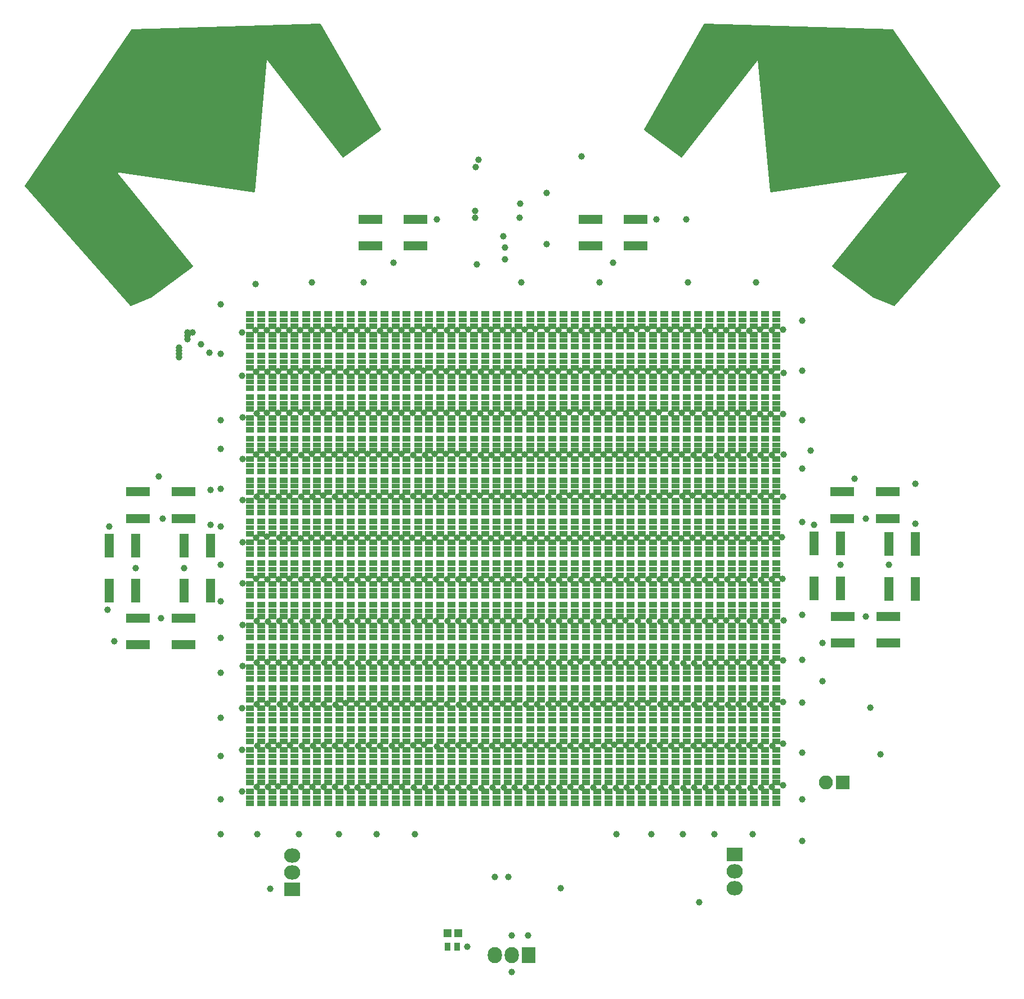
<source format=gts>
G04 #@! TF.FileFunction,Soldermask,Top*
%FSLAX46Y46*%
G04 Gerber Fmt 4.6, Leading zero omitted, Abs format (unit mm)*
G04 Created by KiCad (PCBNEW 4.0.6+dfsg1-1) date Tue Apr 17 11:31:54 2018*
%MOMM*%
%LPD*%
G01*
G04 APERTURE LIST*
%ADD10C,0.100000*%
%ADD11R,0.900000X1.300000*%
%ADD12R,1.200000X1.200000*%
%ADD13C,7.900000*%
%ADD14R,1.200000X0.900000*%
%ADD15R,1.200000X0.700000*%
%ADD16R,2.100000X2.100000*%
%ADD17O,2.100000X2.100000*%
%ADD18R,2.127200X2.432000*%
%ADD19O,2.127200X2.432000*%
%ADD20R,2.432000X2.127200*%
%ADD21O,2.432000X2.127200*%
%ADD22R,3.600000X1.400000*%
%ADD23R,1.400000X3.600000*%
%ADD24C,1.000000*%
%ADD25C,0.254000*%
G04 APERTURE END LIST*
D10*
D11*
X166850000Y-190700000D03*
X165350000Y-190700000D03*
D12*
X165350000Y-188700000D03*
X166950000Y-188700000D03*
D13*
X222188458Y-66616445D03*
D14*
X135650000Y-95500000D03*
D15*
X135650000Y-96400000D03*
D14*
X135650000Y-97300000D03*
X137350000Y-97300000D03*
D15*
X137350000Y-96400000D03*
D14*
X137350000Y-95500000D03*
X214850000Y-100376087D03*
D15*
X214850000Y-99476087D03*
D14*
X214850000Y-98576087D03*
X213150000Y-98576087D03*
D15*
X213150000Y-99476087D03*
D14*
X213150000Y-100376087D03*
X135650000Y-101747826D03*
D15*
X135650000Y-102647826D03*
D14*
X135650000Y-103547826D03*
X137350000Y-103547826D03*
D15*
X137350000Y-102647826D03*
D14*
X137350000Y-101747826D03*
X214850000Y-106628261D03*
D15*
X214850000Y-105728261D03*
D14*
X214850000Y-104828261D03*
X213150000Y-104828261D03*
D15*
X213150000Y-105728261D03*
D14*
X213150000Y-106628261D03*
X135650000Y-107995652D03*
D15*
X135650000Y-108895652D03*
D14*
X135650000Y-109795652D03*
X137350000Y-109795652D03*
D15*
X137350000Y-108895652D03*
D14*
X137350000Y-107995652D03*
X214850000Y-112880435D03*
D15*
X214850000Y-111980435D03*
D14*
X214850000Y-111080435D03*
X213150000Y-111080435D03*
D15*
X213150000Y-111980435D03*
D14*
X213150000Y-112880435D03*
X135650000Y-114243478D03*
D15*
X135650000Y-115143478D03*
D14*
X135650000Y-116043478D03*
X137350000Y-116043478D03*
D15*
X137350000Y-115143478D03*
D14*
X137350000Y-114243478D03*
X214850000Y-119132609D03*
D15*
X214850000Y-118232609D03*
D14*
X214850000Y-117332609D03*
X213150000Y-117332609D03*
D15*
X213150000Y-118232609D03*
D14*
X213150000Y-119132609D03*
X135650000Y-120491304D03*
D15*
X135650000Y-121391304D03*
D14*
X135650000Y-122291304D03*
X137350000Y-122291304D03*
D15*
X137350000Y-121391304D03*
D14*
X137350000Y-120491304D03*
X214850000Y-125384783D03*
D15*
X214850000Y-124484783D03*
D14*
X214850000Y-123584783D03*
X213150000Y-123584783D03*
D15*
X213150000Y-124484783D03*
D14*
X213150000Y-125384783D03*
X135650000Y-126739130D03*
D15*
X135650000Y-127639130D03*
D14*
X135650000Y-128539130D03*
X137350000Y-128539130D03*
D15*
X137350000Y-127639130D03*
D14*
X137350000Y-126739130D03*
X214850000Y-131636957D03*
D15*
X214850000Y-130736957D03*
D14*
X214850000Y-129836957D03*
X213150000Y-129836957D03*
D15*
X213150000Y-130736957D03*
D14*
X213150000Y-131636957D03*
X135650000Y-132986956D03*
D15*
X135650000Y-133886956D03*
D14*
X135650000Y-134786956D03*
X137350000Y-134786956D03*
D15*
X137350000Y-133886956D03*
D14*
X137350000Y-132986956D03*
X214850000Y-137889131D03*
D15*
X214850000Y-136989131D03*
D14*
X214850000Y-136089131D03*
X213150000Y-136089131D03*
D15*
X213150000Y-136989131D03*
D14*
X213150000Y-137889131D03*
X135650000Y-139234782D03*
D15*
X135650000Y-140134782D03*
D14*
X135650000Y-141034782D03*
X137350000Y-141034782D03*
D15*
X137350000Y-140134782D03*
D14*
X137350000Y-139234782D03*
X214850000Y-144141305D03*
D15*
X214850000Y-143241305D03*
D14*
X214850000Y-142341305D03*
X213150000Y-142341305D03*
D15*
X213150000Y-143241305D03*
D14*
X213150000Y-144141305D03*
X135650000Y-145482608D03*
D15*
X135650000Y-146382608D03*
D14*
X135650000Y-147282608D03*
X137350000Y-147282608D03*
D15*
X137350000Y-146382608D03*
D14*
X137350000Y-145482608D03*
X214850000Y-150393479D03*
D15*
X214850000Y-149493479D03*
D14*
X214850000Y-148593479D03*
X213150000Y-148593479D03*
D15*
X213150000Y-149493479D03*
D14*
X213150000Y-150393479D03*
X135650000Y-151730434D03*
D15*
X135650000Y-152630434D03*
D14*
X135650000Y-153530434D03*
X137350000Y-153530434D03*
D15*
X137350000Y-152630434D03*
D14*
X137350000Y-151730434D03*
X214850000Y-156645653D03*
D15*
X214850000Y-155745653D03*
D14*
X214850000Y-154845653D03*
X213150000Y-154845653D03*
D15*
X213150000Y-155745653D03*
D14*
X213150000Y-156645653D03*
X135650000Y-157978260D03*
D15*
X135650000Y-158878260D03*
D14*
X135650000Y-159778260D03*
X137350000Y-159778260D03*
D15*
X137350000Y-158878260D03*
D14*
X137350000Y-157978260D03*
X214850000Y-162897827D03*
D15*
X214850000Y-161997827D03*
D14*
X214850000Y-161097827D03*
X213150000Y-161097827D03*
D15*
X213150000Y-161997827D03*
D14*
X213150000Y-162897827D03*
X135650000Y-164226086D03*
D15*
X135650000Y-165126086D03*
D14*
X135650000Y-166026086D03*
X137350000Y-166026086D03*
D15*
X137350000Y-165126086D03*
D14*
X137350000Y-164226086D03*
X214850000Y-169150001D03*
D15*
X214850000Y-168250001D03*
D14*
X214850000Y-167350001D03*
X213150000Y-167350001D03*
D15*
X213150000Y-168250001D03*
D14*
X213150000Y-169150001D03*
X139019565Y-95500000D03*
D15*
X139019565Y-96400000D03*
D14*
X139019565Y-97300000D03*
X140719565Y-97300000D03*
D15*
X140719565Y-96400000D03*
D14*
X140719565Y-95500000D03*
X211480435Y-100376087D03*
D15*
X211480435Y-99476087D03*
D14*
X211480435Y-98576087D03*
X209780435Y-98576087D03*
D15*
X209780435Y-99476087D03*
D14*
X209780435Y-100376087D03*
X139019565Y-101747826D03*
D15*
X139019565Y-102647826D03*
D14*
X139019565Y-103547826D03*
X140719565Y-103547826D03*
D15*
X140719565Y-102647826D03*
D14*
X140719565Y-101747826D03*
X211480435Y-106628261D03*
D15*
X211480435Y-105728261D03*
D14*
X211480435Y-104828261D03*
X209780435Y-104828261D03*
D15*
X209780435Y-105728261D03*
D14*
X209780435Y-106628261D03*
X139019565Y-107995652D03*
D15*
X139019565Y-108895652D03*
D14*
X139019565Y-109795652D03*
X140719565Y-109795652D03*
D15*
X140719565Y-108895652D03*
D14*
X140719565Y-107995652D03*
X211480435Y-112880435D03*
D15*
X211480435Y-111980435D03*
D14*
X211480435Y-111080435D03*
X209780435Y-111080435D03*
D15*
X209780435Y-111980435D03*
D14*
X209780435Y-112880435D03*
X139019565Y-114243478D03*
D15*
X139019565Y-115143478D03*
D14*
X139019565Y-116043478D03*
X140719565Y-116043478D03*
D15*
X140719565Y-115143478D03*
D14*
X140719565Y-114243478D03*
X211480435Y-119132609D03*
D15*
X211480435Y-118232609D03*
D14*
X211480435Y-117332609D03*
X209780435Y-117332609D03*
D15*
X209780435Y-118232609D03*
D14*
X209780435Y-119132609D03*
X139019565Y-120491304D03*
D15*
X139019565Y-121391304D03*
D14*
X139019565Y-122291304D03*
X140719565Y-122291304D03*
D15*
X140719565Y-121391304D03*
D14*
X140719565Y-120491304D03*
X211480435Y-125384783D03*
D15*
X211480435Y-124484783D03*
D14*
X211480435Y-123584783D03*
X209780435Y-123584783D03*
D15*
X209780435Y-124484783D03*
D14*
X209780435Y-125384783D03*
X139019565Y-126739130D03*
D15*
X139019565Y-127639130D03*
D14*
X139019565Y-128539130D03*
X140719565Y-128539130D03*
D15*
X140719565Y-127639130D03*
D14*
X140719565Y-126739130D03*
X211480435Y-131636957D03*
D15*
X211480435Y-130736957D03*
D14*
X211480435Y-129836957D03*
X209780435Y-129836957D03*
D15*
X209780435Y-130736957D03*
D14*
X209780435Y-131636957D03*
X139019565Y-132986956D03*
D15*
X139019565Y-133886956D03*
D14*
X139019565Y-134786956D03*
X140719565Y-134786956D03*
D15*
X140719565Y-133886956D03*
D14*
X140719565Y-132986956D03*
X211480435Y-137889131D03*
D15*
X211480435Y-136989131D03*
D14*
X211480435Y-136089131D03*
X209780435Y-136089131D03*
D15*
X209780435Y-136989131D03*
D14*
X209780435Y-137889131D03*
X139019565Y-139234782D03*
D15*
X139019565Y-140134782D03*
D14*
X139019565Y-141034782D03*
X140719565Y-141034782D03*
D15*
X140719565Y-140134782D03*
D14*
X140719565Y-139234782D03*
X211480435Y-144141305D03*
D15*
X211480435Y-143241305D03*
D14*
X211480435Y-142341305D03*
X209780435Y-142341305D03*
D15*
X209780435Y-143241305D03*
D14*
X209780435Y-144141305D03*
X139019565Y-145482608D03*
D15*
X139019565Y-146382608D03*
D14*
X139019565Y-147282608D03*
X140719565Y-147282608D03*
D15*
X140719565Y-146382608D03*
D14*
X140719565Y-145482608D03*
X211480435Y-150393479D03*
D15*
X211480435Y-149493479D03*
D14*
X211480435Y-148593479D03*
X209780435Y-148593479D03*
D15*
X209780435Y-149493479D03*
D14*
X209780435Y-150393479D03*
X139019565Y-151730434D03*
D15*
X139019565Y-152630434D03*
D14*
X139019565Y-153530434D03*
X140719565Y-153530434D03*
D15*
X140719565Y-152630434D03*
D14*
X140719565Y-151730434D03*
X211480435Y-156645653D03*
D15*
X211480435Y-155745653D03*
D14*
X211480435Y-154845653D03*
X209780435Y-154845653D03*
D15*
X209780435Y-155745653D03*
D14*
X209780435Y-156645653D03*
X139019565Y-157978260D03*
D15*
X139019565Y-158878260D03*
D14*
X139019565Y-159778260D03*
X140719565Y-159778260D03*
D15*
X140719565Y-158878260D03*
D14*
X140719565Y-157978260D03*
X211480435Y-162897827D03*
D15*
X211480435Y-161997827D03*
D14*
X211480435Y-161097827D03*
X209780435Y-161097827D03*
D15*
X209780435Y-161997827D03*
D14*
X209780435Y-162897827D03*
X139019565Y-164226086D03*
D15*
X139019565Y-165126086D03*
D14*
X139019565Y-166026086D03*
X140719565Y-166026086D03*
D15*
X140719565Y-165126086D03*
D14*
X140719565Y-164226086D03*
X211480435Y-169150001D03*
D15*
X211480435Y-168250001D03*
D14*
X211480435Y-167350001D03*
X209780435Y-167350001D03*
D15*
X209780435Y-168250001D03*
D14*
X209780435Y-169150001D03*
X142389130Y-95500000D03*
D15*
X142389130Y-96400000D03*
D14*
X142389130Y-97300000D03*
X144089130Y-97300000D03*
D15*
X144089130Y-96400000D03*
D14*
X144089130Y-95500000D03*
X208110870Y-100376087D03*
D15*
X208110870Y-99476087D03*
D14*
X208110870Y-98576087D03*
X206410870Y-98576087D03*
D15*
X206410870Y-99476087D03*
D14*
X206410870Y-100376087D03*
X142389130Y-101747826D03*
D15*
X142389130Y-102647826D03*
D14*
X142389130Y-103547826D03*
X144089130Y-103547826D03*
D15*
X144089130Y-102647826D03*
D14*
X144089130Y-101747826D03*
X208110870Y-106628261D03*
D15*
X208110870Y-105728261D03*
D14*
X208110870Y-104828261D03*
X206410870Y-104828261D03*
D15*
X206410870Y-105728261D03*
D14*
X206410870Y-106628261D03*
X142389130Y-107995652D03*
D15*
X142389130Y-108895652D03*
D14*
X142389130Y-109795652D03*
X144089130Y-109795652D03*
D15*
X144089130Y-108895652D03*
D14*
X144089130Y-107995652D03*
X208110870Y-112880435D03*
D15*
X208110870Y-111980435D03*
D14*
X208110870Y-111080435D03*
X206410870Y-111080435D03*
D15*
X206410870Y-111980435D03*
D14*
X206410870Y-112880435D03*
X142389130Y-114243478D03*
D15*
X142389130Y-115143478D03*
D14*
X142389130Y-116043478D03*
X144089130Y-116043478D03*
D15*
X144089130Y-115143478D03*
D14*
X144089130Y-114243478D03*
X208110870Y-119132609D03*
D15*
X208110870Y-118232609D03*
D14*
X208110870Y-117332609D03*
X206410870Y-117332609D03*
D15*
X206410870Y-118232609D03*
D14*
X206410870Y-119132609D03*
X142389130Y-120491304D03*
D15*
X142389130Y-121391304D03*
D14*
X142389130Y-122291304D03*
X144089130Y-122291304D03*
D15*
X144089130Y-121391304D03*
D14*
X144089130Y-120491304D03*
X208110870Y-125384783D03*
D15*
X208110870Y-124484783D03*
D14*
X208110870Y-123584783D03*
X206410870Y-123584783D03*
D15*
X206410870Y-124484783D03*
D14*
X206410870Y-125384783D03*
X142389130Y-126739130D03*
D15*
X142389130Y-127639130D03*
D14*
X142389130Y-128539130D03*
X144089130Y-128539130D03*
D15*
X144089130Y-127639130D03*
D14*
X144089130Y-126739130D03*
X208110870Y-131636957D03*
D15*
X208110870Y-130736957D03*
D14*
X208110870Y-129836957D03*
X206410870Y-129836957D03*
D15*
X206410870Y-130736957D03*
D14*
X206410870Y-131636957D03*
X142389130Y-132986956D03*
D15*
X142389130Y-133886956D03*
D14*
X142389130Y-134786956D03*
X144089130Y-134786956D03*
D15*
X144089130Y-133886956D03*
D14*
X144089130Y-132986956D03*
X208110870Y-137889131D03*
D15*
X208110870Y-136989131D03*
D14*
X208110870Y-136089131D03*
X206410870Y-136089131D03*
D15*
X206410870Y-136989131D03*
D14*
X206410870Y-137889131D03*
X142389130Y-139234782D03*
D15*
X142389130Y-140134782D03*
D14*
X142389130Y-141034782D03*
X144089130Y-141034782D03*
D15*
X144089130Y-140134782D03*
D14*
X144089130Y-139234782D03*
X208110870Y-144141305D03*
D15*
X208110870Y-143241305D03*
D14*
X208110870Y-142341305D03*
X206410870Y-142341305D03*
D15*
X206410870Y-143241305D03*
D14*
X206410870Y-144141305D03*
X142389130Y-145482608D03*
D15*
X142389130Y-146382608D03*
D14*
X142389130Y-147282608D03*
X144089130Y-147282608D03*
D15*
X144089130Y-146382608D03*
D14*
X144089130Y-145482608D03*
X208110870Y-150393479D03*
D15*
X208110870Y-149493479D03*
D14*
X208110870Y-148593479D03*
X206410870Y-148593479D03*
D15*
X206410870Y-149493479D03*
D14*
X206410870Y-150393479D03*
X142389130Y-151730434D03*
D15*
X142389130Y-152630434D03*
D14*
X142389130Y-153530434D03*
X144089130Y-153530434D03*
D15*
X144089130Y-152630434D03*
D14*
X144089130Y-151730434D03*
X208110870Y-156645653D03*
D15*
X208110870Y-155745653D03*
D14*
X208110870Y-154845653D03*
X206410870Y-154845653D03*
D15*
X206410870Y-155745653D03*
D14*
X206410870Y-156645653D03*
X142389130Y-157978260D03*
D15*
X142389130Y-158878260D03*
D14*
X142389130Y-159778260D03*
X144089130Y-159778260D03*
D15*
X144089130Y-158878260D03*
D14*
X144089130Y-157978260D03*
X208110870Y-162897827D03*
D15*
X208110870Y-161997827D03*
D14*
X208110870Y-161097827D03*
X206410870Y-161097827D03*
D15*
X206410870Y-161997827D03*
D14*
X206410870Y-162897827D03*
X142389130Y-164226086D03*
D15*
X142389130Y-165126086D03*
D14*
X142389130Y-166026086D03*
X144089130Y-166026086D03*
D15*
X144089130Y-165126086D03*
D14*
X144089130Y-164226086D03*
X208110870Y-169150001D03*
D15*
X208110870Y-168250001D03*
D14*
X208110870Y-167350001D03*
X206410870Y-167350001D03*
D15*
X206410870Y-168250001D03*
D14*
X206410870Y-169150001D03*
X145758695Y-95500000D03*
D15*
X145758695Y-96400000D03*
D14*
X145758695Y-97300000D03*
X147458695Y-97300000D03*
D15*
X147458695Y-96400000D03*
D14*
X147458695Y-95500000D03*
X204741305Y-100376087D03*
D15*
X204741305Y-99476087D03*
D14*
X204741305Y-98576087D03*
X203041305Y-98576087D03*
D15*
X203041305Y-99476087D03*
D14*
X203041305Y-100376087D03*
X145758695Y-101747826D03*
D15*
X145758695Y-102647826D03*
D14*
X145758695Y-103547826D03*
X147458695Y-103547826D03*
D15*
X147458695Y-102647826D03*
D14*
X147458695Y-101747826D03*
X204741305Y-106628261D03*
D15*
X204741305Y-105728261D03*
D14*
X204741305Y-104828261D03*
X203041305Y-104828261D03*
D15*
X203041305Y-105728261D03*
D14*
X203041305Y-106628261D03*
X145758695Y-107995652D03*
D15*
X145758695Y-108895652D03*
D14*
X145758695Y-109795652D03*
X147458695Y-109795652D03*
D15*
X147458695Y-108895652D03*
D14*
X147458695Y-107995652D03*
X204741305Y-112880435D03*
D15*
X204741305Y-111980435D03*
D14*
X204741305Y-111080435D03*
X203041305Y-111080435D03*
D15*
X203041305Y-111980435D03*
D14*
X203041305Y-112880435D03*
X145758695Y-114243478D03*
D15*
X145758695Y-115143478D03*
D14*
X145758695Y-116043478D03*
X147458695Y-116043478D03*
D15*
X147458695Y-115143478D03*
D14*
X147458695Y-114243478D03*
X204741305Y-119132609D03*
D15*
X204741305Y-118232609D03*
D14*
X204741305Y-117332609D03*
X203041305Y-117332609D03*
D15*
X203041305Y-118232609D03*
D14*
X203041305Y-119132609D03*
X145758695Y-120491304D03*
D15*
X145758695Y-121391304D03*
D14*
X145758695Y-122291304D03*
X147458695Y-122291304D03*
D15*
X147458695Y-121391304D03*
D14*
X147458695Y-120491304D03*
X204741305Y-125384783D03*
D15*
X204741305Y-124484783D03*
D14*
X204741305Y-123584783D03*
X203041305Y-123584783D03*
D15*
X203041305Y-124484783D03*
D14*
X203041305Y-125384783D03*
X145758695Y-126739130D03*
D15*
X145758695Y-127639130D03*
D14*
X145758695Y-128539130D03*
X147458695Y-128539130D03*
D15*
X147458695Y-127639130D03*
D14*
X147458695Y-126739130D03*
X204741305Y-131636957D03*
D15*
X204741305Y-130736957D03*
D14*
X204741305Y-129836957D03*
X203041305Y-129836957D03*
D15*
X203041305Y-130736957D03*
D14*
X203041305Y-131636957D03*
X145758695Y-132986956D03*
D15*
X145758695Y-133886956D03*
D14*
X145758695Y-134786956D03*
X147458695Y-134786956D03*
D15*
X147458695Y-133886956D03*
D14*
X147458695Y-132986956D03*
X204741305Y-137889131D03*
D15*
X204741305Y-136989131D03*
D14*
X204741305Y-136089131D03*
X203041305Y-136089131D03*
D15*
X203041305Y-136989131D03*
D14*
X203041305Y-137889131D03*
X145758695Y-139234782D03*
D15*
X145758695Y-140134782D03*
D14*
X145758695Y-141034782D03*
X147458695Y-141034782D03*
D15*
X147458695Y-140134782D03*
D14*
X147458695Y-139234782D03*
X204741305Y-144141305D03*
D15*
X204741305Y-143241305D03*
D14*
X204741305Y-142341305D03*
X203041305Y-142341305D03*
D15*
X203041305Y-143241305D03*
D14*
X203041305Y-144141305D03*
X145758695Y-145482608D03*
D15*
X145758695Y-146382608D03*
D14*
X145758695Y-147282608D03*
X147458695Y-147282608D03*
D15*
X147458695Y-146382608D03*
D14*
X147458695Y-145482608D03*
X204741305Y-150393479D03*
D15*
X204741305Y-149493479D03*
D14*
X204741305Y-148593479D03*
X203041305Y-148593479D03*
D15*
X203041305Y-149493479D03*
D14*
X203041305Y-150393479D03*
X145758695Y-151730434D03*
D15*
X145758695Y-152630434D03*
D14*
X145758695Y-153530434D03*
X147458695Y-153530434D03*
D15*
X147458695Y-152630434D03*
D14*
X147458695Y-151730434D03*
X204741305Y-156645653D03*
D15*
X204741305Y-155745653D03*
D14*
X204741305Y-154845653D03*
X203041305Y-154845653D03*
D15*
X203041305Y-155745653D03*
D14*
X203041305Y-156645653D03*
X145758695Y-157978260D03*
D15*
X145758695Y-158878260D03*
D14*
X145758695Y-159778260D03*
X147458695Y-159778260D03*
D15*
X147458695Y-158878260D03*
D14*
X147458695Y-157978260D03*
X204741305Y-162897827D03*
D15*
X204741305Y-161997827D03*
D14*
X204741305Y-161097827D03*
X203041305Y-161097827D03*
D15*
X203041305Y-161997827D03*
D14*
X203041305Y-162897827D03*
X145758695Y-164226086D03*
D15*
X145758695Y-165126086D03*
D14*
X145758695Y-166026086D03*
X147458695Y-166026086D03*
D15*
X147458695Y-165126086D03*
D14*
X147458695Y-164226086D03*
X204741305Y-169150001D03*
D15*
X204741305Y-168250001D03*
D14*
X204741305Y-167350001D03*
X203041305Y-167350001D03*
D15*
X203041305Y-168250001D03*
D14*
X203041305Y-169150001D03*
X149128260Y-95500000D03*
D15*
X149128260Y-96400000D03*
D14*
X149128260Y-97300000D03*
X150828260Y-97300000D03*
D15*
X150828260Y-96400000D03*
D14*
X150828260Y-95500000D03*
X201371740Y-100376087D03*
D15*
X201371740Y-99476087D03*
D14*
X201371740Y-98576087D03*
X199671740Y-98576087D03*
D15*
X199671740Y-99476087D03*
D14*
X199671740Y-100376087D03*
X149128260Y-101747826D03*
D15*
X149128260Y-102647826D03*
D14*
X149128260Y-103547826D03*
X150828260Y-103547826D03*
D15*
X150828260Y-102647826D03*
D14*
X150828260Y-101747826D03*
X201371740Y-106628261D03*
D15*
X201371740Y-105728261D03*
D14*
X201371740Y-104828261D03*
X199671740Y-104828261D03*
D15*
X199671740Y-105728261D03*
D14*
X199671740Y-106628261D03*
X149128260Y-107995652D03*
D15*
X149128260Y-108895652D03*
D14*
X149128260Y-109795652D03*
X150828260Y-109795652D03*
D15*
X150828260Y-108895652D03*
D14*
X150828260Y-107995652D03*
X201371740Y-112880435D03*
D15*
X201371740Y-111980435D03*
D14*
X201371740Y-111080435D03*
X199671740Y-111080435D03*
D15*
X199671740Y-111980435D03*
D14*
X199671740Y-112880435D03*
X149128260Y-114243478D03*
D15*
X149128260Y-115143478D03*
D14*
X149128260Y-116043478D03*
X150828260Y-116043478D03*
D15*
X150828260Y-115143478D03*
D14*
X150828260Y-114243478D03*
X201371740Y-119132609D03*
D15*
X201371740Y-118232609D03*
D14*
X201371740Y-117332609D03*
X199671740Y-117332609D03*
D15*
X199671740Y-118232609D03*
D14*
X199671740Y-119132609D03*
X149128260Y-120491304D03*
D15*
X149128260Y-121391304D03*
D14*
X149128260Y-122291304D03*
X150828260Y-122291304D03*
D15*
X150828260Y-121391304D03*
D14*
X150828260Y-120491304D03*
X201371740Y-125384783D03*
D15*
X201371740Y-124484783D03*
D14*
X201371740Y-123584783D03*
X199671740Y-123584783D03*
D15*
X199671740Y-124484783D03*
D14*
X199671740Y-125384783D03*
X149128260Y-126739130D03*
D15*
X149128260Y-127639130D03*
D14*
X149128260Y-128539130D03*
X150828260Y-128539130D03*
D15*
X150828260Y-127639130D03*
D14*
X150828260Y-126739130D03*
X201371740Y-131636957D03*
D15*
X201371740Y-130736957D03*
D14*
X201371740Y-129836957D03*
X199671740Y-129836957D03*
D15*
X199671740Y-130736957D03*
D14*
X199671740Y-131636957D03*
X149128260Y-132986956D03*
D15*
X149128260Y-133886956D03*
D14*
X149128260Y-134786956D03*
X150828260Y-134786956D03*
D15*
X150828260Y-133886956D03*
D14*
X150828260Y-132986956D03*
X201371740Y-137889131D03*
D15*
X201371740Y-136989131D03*
D14*
X201371740Y-136089131D03*
X199671740Y-136089131D03*
D15*
X199671740Y-136989131D03*
D14*
X199671740Y-137889131D03*
X149128260Y-139234782D03*
D15*
X149128260Y-140134782D03*
D14*
X149128260Y-141034782D03*
X150828260Y-141034782D03*
D15*
X150828260Y-140134782D03*
D14*
X150828260Y-139234782D03*
X201371740Y-144141305D03*
D15*
X201371740Y-143241305D03*
D14*
X201371740Y-142341305D03*
X199671740Y-142341305D03*
D15*
X199671740Y-143241305D03*
D14*
X199671740Y-144141305D03*
X149128260Y-145482608D03*
D15*
X149128260Y-146382608D03*
D14*
X149128260Y-147282608D03*
X150828260Y-147282608D03*
D15*
X150828260Y-146382608D03*
D14*
X150828260Y-145482608D03*
X201371740Y-150393479D03*
D15*
X201371740Y-149493479D03*
D14*
X201371740Y-148593479D03*
X199671740Y-148593479D03*
D15*
X199671740Y-149493479D03*
D14*
X199671740Y-150393479D03*
X149128260Y-151730434D03*
D15*
X149128260Y-152630434D03*
D14*
X149128260Y-153530434D03*
X150828260Y-153530434D03*
D15*
X150828260Y-152630434D03*
D14*
X150828260Y-151730434D03*
X201371740Y-156645653D03*
D15*
X201371740Y-155745653D03*
D14*
X201371740Y-154845653D03*
X199671740Y-154845653D03*
D15*
X199671740Y-155745653D03*
D14*
X199671740Y-156645653D03*
X149128260Y-157978260D03*
D15*
X149128260Y-158878260D03*
D14*
X149128260Y-159778260D03*
X150828260Y-159778260D03*
D15*
X150828260Y-158878260D03*
D14*
X150828260Y-157978260D03*
X201371740Y-162897827D03*
D15*
X201371740Y-161997827D03*
D14*
X201371740Y-161097827D03*
X199671740Y-161097827D03*
D15*
X199671740Y-161997827D03*
D14*
X199671740Y-162897827D03*
X149128260Y-164226086D03*
D15*
X149128260Y-165126086D03*
D14*
X149128260Y-166026086D03*
X150828260Y-166026086D03*
D15*
X150828260Y-165126086D03*
D14*
X150828260Y-164226086D03*
X201371740Y-169150001D03*
D15*
X201371740Y-168250001D03*
D14*
X201371740Y-167350001D03*
X199671740Y-167350001D03*
D15*
X199671740Y-168250001D03*
D14*
X199671740Y-169150001D03*
X152497825Y-95500000D03*
D15*
X152497825Y-96400000D03*
D14*
X152497825Y-97300000D03*
X154197825Y-97300000D03*
D15*
X154197825Y-96400000D03*
D14*
X154197825Y-95500000D03*
X198002175Y-100376087D03*
D15*
X198002175Y-99476087D03*
D14*
X198002175Y-98576087D03*
X196302175Y-98576087D03*
D15*
X196302175Y-99476087D03*
D14*
X196302175Y-100376087D03*
X152497825Y-101747826D03*
D15*
X152497825Y-102647826D03*
D14*
X152497825Y-103547826D03*
X154197825Y-103547826D03*
D15*
X154197825Y-102647826D03*
D14*
X154197825Y-101747826D03*
X198002175Y-106628261D03*
D15*
X198002175Y-105728261D03*
D14*
X198002175Y-104828261D03*
X196302175Y-104828261D03*
D15*
X196302175Y-105728261D03*
D14*
X196302175Y-106628261D03*
X152497825Y-107995652D03*
D15*
X152497825Y-108895652D03*
D14*
X152497825Y-109795652D03*
X154197825Y-109795652D03*
D15*
X154197825Y-108895652D03*
D14*
X154197825Y-107995652D03*
X198002175Y-112880435D03*
D15*
X198002175Y-111980435D03*
D14*
X198002175Y-111080435D03*
X196302175Y-111080435D03*
D15*
X196302175Y-111980435D03*
D14*
X196302175Y-112880435D03*
X152497825Y-114243478D03*
D15*
X152497825Y-115143478D03*
D14*
X152497825Y-116043478D03*
X154197825Y-116043478D03*
D15*
X154197825Y-115143478D03*
D14*
X154197825Y-114243478D03*
X198002175Y-119132609D03*
D15*
X198002175Y-118232609D03*
D14*
X198002175Y-117332609D03*
X196302175Y-117332609D03*
D15*
X196302175Y-118232609D03*
D14*
X196302175Y-119132609D03*
X152497825Y-120491304D03*
D15*
X152497825Y-121391304D03*
D14*
X152497825Y-122291304D03*
X154197825Y-122291304D03*
D15*
X154197825Y-121391304D03*
D14*
X154197825Y-120491304D03*
X198002175Y-125384783D03*
D15*
X198002175Y-124484783D03*
D14*
X198002175Y-123584783D03*
X196302175Y-123584783D03*
D15*
X196302175Y-124484783D03*
D14*
X196302175Y-125384783D03*
X152497825Y-126739130D03*
D15*
X152497825Y-127639130D03*
D14*
X152497825Y-128539130D03*
X154197825Y-128539130D03*
D15*
X154197825Y-127639130D03*
D14*
X154197825Y-126739130D03*
X198002175Y-131636957D03*
D15*
X198002175Y-130736957D03*
D14*
X198002175Y-129836957D03*
X196302175Y-129836957D03*
D15*
X196302175Y-130736957D03*
D14*
X196302175Y-131636957D03*
X152497825Y-132986956D03*
D15*
X152497825Y-133886956D03*
D14*
X152497825Y-134786956D03*
X154197825Y-134786956D03*
D15*
X154197825Y-133886956D03*
D14*
X154197825Y-132986956D03*
X198002175Y-137889131D03*
D15*
X198002175Y-136989131D03*
D14*
X198002175Y-136089131D03*
X196302175Y-136089131D03*
D15*
X196302175Y-136989131D03*
D14*
X196302175Y-137889131D03*
X152497825Y-139234782D03*
D15*
X152497825Y-140134782D03*
D14*
X152497825Y-141034782D03*
X154197825Y-141034782D03*
D15*
X154197825Y-140134782D03*
D14*
X154197825Y-139234782D03*
X198002175Y-144141305D03*
D15*
X198002175Y-143241305D03*
D14*
X198002175Y-142341305D03*
X196302175Y-142341305D03*
D15*
X196302175Y-143241305D03*
D14*
X196302175Y-144141305D03*
X152497825Y-145482608D03*
D15*
X152497825Y-146382608D03*
D14*
X152497825Y-147282608D03*
X154197825Y-147282608D03*
D15*
X154197825Y-146382608D03*
D14*
X154197825Y-145482608D03*
X198002175Y-150393479D03*
D15*
X198002175Y-149493479D03*
D14*
X198002175Y-148593479D03*
X196302175Y-148593479D03*
D15*
X196302175Y-149493479D03*
D14*
X196302175Y-150393479D03*
X152497825Y-151730434D03*
D15*
X152497825Y-152630434D03*
D14*
X152497825Y-153530434D03*
X154197825Y-153530434D03*
D15*
X154197825Y-152630434D03*
D14*
X154197825Y-151730434D03*
X198002175Y-156645653D03*
D15*
X198002175Y-155745653D03*
D14*
X198002175Y-154845653D03*
X196302175Y-154845653D03*
D15*
X196302175Y-155745653D03*
D14*
X196302175Y-156645653D03*
X152497825Y-157978260D03*
D15*
X152497825Y-158878260D03*
D14*
X152497825Y-159778260D03*
X154197825Y-159778260D03*
D15*
X154197825Y-158878260D03*
D14*
X154197825Y-157978260D03*
X198002175Y-162897827D03*
D15*
X198002175Y-161997827D03*
D14*
X198002175Y-161097827D03*
X196302175Y-161097827D03*
D15*
X196302175Y-161997827D03*
D14*
X196302175Y-162897827D03*
X152497825Y-164226086D03*
D15*
X152497825Y-165126086D03*
D14*
X152497825Y-166026086D03*
X154197825Y-166026086D03*
D15*
X154197825Y-165126086D03*
D14*
X154197825Y-164226086D03*
X198002175Y-169150001D03*
D15*
X198002175Y-168250001D03*
D14*
X198002175Y-167350001D03*
X196302175Y-167350001D03*
D15*
X196302175Y-168250001D03*
D14*
X196302175Y-169150001D03*
X155867390Y-95500000D03*
D15*
X155867390Y-96400000D03*
D14*
X155867390Y-97300000D03*
X157567390Y-97300000D03*
D15*
X157567390Y-96400000D03*
D14*
X157567390Y-95500000D03*
X194632610Y-100376087D03*
D15*
X194632610Y-99476087D03*
D14*
X194632610Y-98576087D03*
X192932610Y-98576087D03*
D15*
X192932610Y-99476087D03*
D14*
X192932610Y-100376087D03*
X155867390Y-101747826D03*
D15*
X155867390Y-102647826D03*
D14*
X155867390Y-103547826D03*
X157567390Y-103547826D03*
D15*
X157567390Y-102647826D03*
D14*
X157567390Y-101747826D03*
X194632610Y-106628261D03*
D15*
X194632610Y-105728261D03*
D14*
X194632610Y-104828261D03*
X192932610Y-104828261D03*
D15*
X192932610Y-105728261D03*
D14*
X192932610Y-106628261D03*
X155867390Y-107995652D03*
D15*
X155867390Y-108895652D03*
D14*
X155867390Y-109795652D03*
X157567390Y-109795652D03*
D15*
X157567390Y-108895652D03*
D14*
X157567390Y-107995652D03*
X194632610Y-112880435D03*
D15*
X194632610Y-111980435D03*
D14*
X194632610Y-111080435D03*
X192932610Y-111080435D03*
D15*
X192932610Y-111980435D03*
D14*
X192932610Y-112880435D03*
X155867390Y-114243478D03*
D15*
X155867390Y-115143478D03*
D14*
X155867390Y-116043478D03*
X157567390Y-116043478D03*
D15*
X157567390Y-115143478D03*
D14*
X157567390Y-114243478D03*
X194632610Y-119132609D03*
D15*
X194632610Y-118232609D03*
D14*
X194632610Y-117332609D03*
X192932610Y-117332609D03*
D15*
X192932610Y-118232609D03*
D14*
X192932610Y-119132609D03*
X155867390Y-120491304D03*
D15*
X155867390Y-121391304D03*
D14*
X155867390Y-122291304D03*
X157567390Y-122291304D03*
D15*
X157567390Y-121391304D03*
D14*
X157567390Y-120491304D03*
X194632610Y-125384783D03*
D15*
X194632610Y-124484783D03*
D14*
X194632610Y-123584783D03*
X192932610Y-123584783D03*
D15*
X192932610Y-124484783D03*
D14*
X192932610Y-125384783D03*
X155867390Y-126739130D03*
D15*
X155867390Y-127639130D03*
D14*
X155867390Y-128539130D03*
X157567390Y-128539130D03*
D15*
X157567390Y-127639130D03*
D14*
X157567390Y-126739130D03*
X194632610Y-131636957D03*
D15*
X194632610Y-130736957D03*
D14*
X194632610Y-129836957D03*
X192932610Y-129836957D03*
D15*
X192932610Y-130736957D03*
D14*
X192932610Y-131636957D03*
X155867390Y-132986956D03*
D15*
X155867390Y-133886956D03*
D14*
X155867390Y-134786956D03*
X157567390Y-134786956D03*
D15*
X157567390Y-133886956D03*
D14*
X157567390Y-132986956D03*
X194632610Y-137889131D03*
D15*
X194632610Y-136989131D03*
D14*
X194632610Y-136089131D03*
X192932610Y-136089131D03*
D15*
X192932610Y-136989131D03*
D14*
X192932610Y-137889131D03*
X155867390Y-139234782D03*
D15*
X155867390Y-140134782D03*
D14*
X155867390Y-141034782D03*
X157567390Y-141034782D03*
D15*
X157567390Y-140134782D03*
D14*
X157567390Y-139234782D03*
X194632610Y-144141305D03*
D15*
X194632610Y-143241305D03*
D14*
X194632610Y-142341305D03*
X192932610Y-142341305D03*
D15*
X192932610Y-143241305D03*
D14*
X192932610Y-144141305D03*
X155867390Y-145482608D03*
D15*
X155867390Y-146382608D03*
D14*
X155867390Y-147282608D03*
X157567390Y-147282608D03*
D15*
X157567390Y-146382608D03*
D14*
X157567390Y-145482608D03*
X194632610Y-150393479D03*
D15*
X194632610Y-149493479D03*
D14*
X194632610Y-148593479D03*
X192932610Y-148593479D03*
D15*
X192932610Y-149493479D03*
D14*
X192932610Y-150393479D03*
X155867390Y-151730434D03*
D15*
X155867390Y-152630434D03*
D14*
X155867390Y-153530434D03*
X157567390Y-153530434D03*
D15*
X157567390Y-152630434D03*
D14*
X157567390Y-151730434D03*
X194632610Y-156645653D03*
D15*
X194632610Y-155745653D03*
D14*
X194632610Y-154845653D03*
X192932610Y-154845653D03*
D15*
X192932610Y-155745653D03*
D14*
X192932610Y-156645653D03*
X155867390Y-157978260D03*
D15*
X155867390Y-158878260D03*
D14*
X155867390Y-159778260D03*
X157567390Y-159778260D03*
D15*
X157567390Y-158878260D03*
D14*
X157567390Y-157978260D03*
X194632610Y-162897827D03*
D15*
X194632610Y-161997827D03*
D14*
X194632610Y-161097827D03*
X192932610Y-161097827D03*
D15*
X192932610Y-161997827D03*
D14*
X192932610Y-162897827D03*
X155867390Y-164226086D03*
D15*
X155867390Y-165126086D03*
D14*
X155867390Y-166026086D03*
X157567390Y-166026086D03*
D15*
X157567390Y-165126086D03*
D14*
X157567390Y-164226086D03*
X194632610Y-169150001D03*
D15*
X194632610Y-168250001D03*
D14*
X194632610Y-167350001D03*
X192932610Y-167350001D03*
D15*
X192932610Y-168250001D03*
D14*
X192932610Y-169150001D03*
X159236955Y-95500000D03*
D15*
X159236955Y-96400000D03*
D14*
X159236955Y-97300000D03*
X160936955Y-97300000D03*
D15*
X160936955Y-96400000D03*
D14*
X160936955Y-95500000D03*
X191263045Y-100376087D03*
D15*
X191263045Y-99476087D03*
D14*
X191263045Y-98576087D03*
X189563045Y-98576087D03*
D15*
X189563045Y-99476087D03*
D14*
X189563045Y-100376087D03*
X159236955Y-101747826D03*
D15*
X159236955Y-102647826D03*
D14*
X159236955Y-103547826D03*
X160936955Y-103547826D03*
D15*
X160936955Y-102647826D03*
D14*
X160936955Y-101747826D03*
X191263045Y-106628261D03*
D15*
X191263045Y-105728261D03*
D14*
X191263045Y-104828261D03*
X189563045Y-104828261D03*
D15*
X189563045Y-105728261D03*
D14*
X189563045Y-106628261D03*
X159236955Y-107995652D03*
D15*
X159236955Y-108895652D03*
D14*
X159236955Y-109795652D03*
X160936955Y-109795652D03*
D15*
X160936955Y-108895652D03*
D14*
X160936955Y-107995652D03*
X191263045Y-112880435D03*
D15*
X191263045Y-111980435D03*
D14*
X191263045Y-111080435D03*
X189563045Y-111080435D03*
D15*
X189563045Y-111980435D03*
D14*
X189563045Y-112880435D03*
X159236955Y-114243478D03*
D15*
X159236955Y-115143478D03*
D14*
X159236955Y-116043478D03*
X160936955Y-116043478D03*
D15*
X160936955Y-115143478D03*
D14*
X160936955Y-114243478D03*
X191263045Y-119132609D03*
D15*
X191263045Y-118232609D03*
D14*
X191263045Y-117332609D03*
X189563045Y-117332609D03*
D15*
X189563045Y-118232609D03*
D14*
X189563045Y-119132609D03*
X159236955Y-120491304D03*
D15*
X159236955Y-121391304D03*
D14*
X159236955Y-122291304D03*
X160936955Y-122291304D03*
D15*
X160936955Y-121391304D03*
D14*
X160936955Y-120491304D03*
X191263045Y-125384783D03*
D15*
X191263045Y-124484783D03*
D14*
X191263045Y-123584783D03*
X189563045Y-123584783D03*
D15*
X189563045Y-124484783D03*
D14*
X189563045Y-125384783D03*
X159236955Y-126739130D03*
D15*
X159236955Y-127639130D03*
D14*
X159236955Y-128539130D03*
X160936955Y-128539130D03*
D15*
X160936955Y-127639130D03*
D14*
X160936955Y-126739130D03*
X191263045Y-131636957D03*
D15*
X191263045Y-130736957D03*
D14*
X191263045Y-129836957D03*
X189563045Y-129836957D03*
D15*
X189563045Y-130736957D03*
D14*
X189563045Y-131636957D03*
X159236955Y-132986956D03*
D15*
X159236955Y-133886956D03*
D14*
X159236955Y-134786956D03*
X160936955Y-134786956D03*
D15*
X160936955Y-133886956D03*
D14*
X160936955Y-132986956D03*
X191263045Y-137889131D03*
D15*
X191263045Y-136989131D03*
D14*
X191263045Y-136089131D03*
X189563045Y-136089131D03*
D15*
X189563045Y-136989131D03*
D14*
X189563045Y-137889131D03*
X159236955Y-139234782D03*
D15*
X159236955Y-140134782D03*
D14*
X159236955Y-141034782D03*
X160936955Y-141034782D03*
D15*
X160936955Y-140134782D03*
D14*
X160936955Y-139234782D03*
X191263045Y-144141305D03*
D15*
X191263045Y-143241305D03*
D14*
X191263045Y-142341305D03*
X189563045Y-142341305D03*
D15*
X189563045Y-143241305D03*
D14*
X189563045Y-144141305D03*
X159236955Y-145482608D03*
D15*
X159236955Y-146382608D03*
D14*
X159236955Y-147282608D03*
X160936955Y-147282608D03*
D15*
X160936955Y-146382608D03*
D14*
X160936955Y-145482608D03*
X191263045Y-150393479D03*
D15*
X191263045Y-149493479D03*
D14*
X191263045Y-148593479D03*
X189563045Y-148593479D03*
D15*
X189563045Y-149493479D03*
D14*
X189563045Y-150393479D03*
X159236955Y-151730434D03*
D15*
X159236955Y-152630434D03*
D14*
X159236955Y-153530434D03*
X160936955Y-153530434D03*
D15*
X160936955Y-152630434D03*
D14*
X160936955Y-151730434D03*
X191263045Y-156645653D03*
D15*
X191263045Y-155745653D03*
D14*
X191263045Y-154845653D03*
X189563045Y-154845653D03*
D15*
X189563045Y-155745653D03*
D14*
X189563045Y-156645653D03*
X159236955Y-157978260D03*
D15*
X159236955Y-158878260D03*
D14*
X159236955Y-159778260D03*
X160936955Y-159778260D03*
D15*
X160936955Y-158878260D03*
D14*
X160936955Y-157978260D03*
X191263045Y-162897827D03*
D15*
X191263045Y-161997827D03*
D14*
X191263045Y-161097827D03*
X189563045Y-161097827D03*
D15*
X189563045Y-161997827D03*
D14*
X189563045Y-162897827D03*
X159236955Y-164226086D03*
D15*
X159236955Y-165126086D03*
D14*
X159236955Y-166026086D03*
X160936955Y-166026086D03*
D15*
X160936955Y-165126086D03*
D14*
X160936955Y-164226086D03*
X191263045Y-169150001D03*
D15*
X191263045Y-168250001D03*
D14*
X191263045Y-167350001D03*
X189563045Y-167350001D03*
D15*
X189563045Y-168250001D03*
D14*
X189563045Y-169150001D03*
X162606520Y-95500000D03*
D15*
X162606520Y-96400000D03*
D14*
X162606520Y-97300000D03*
X164306520Y-97300000D03*
D15*
X164306520Y-96400000D03*
D14*
X164306520Y-95500000D03*
X187893480Y-100376087D03*
D15*
X187893480Y-99476087D03*
D14*
X187893480Y-98576087D03*
X186193480Y-98576087D03*
D15*
X186193480Y-99476087D03*
D14*
X186193480Y-100376087D03*
X162606520Y-101747826D03*
D15*
X162606520Y-102647826D03*
D14*
X162606520Y-103547826D03*
X164306520Y-103547826D03*
D15*
X164306520Y-102647826D03*
D14*
X164306520Y-101747826D03*
X187893480Y-106628261D03*
D15*
X187893480Y-105728261D03*
D14*
X187893480Y-104828261D03*
X186193480Y-104828261D03*
D15*
X186193480Y-105728261D03*
D14*
X186193480Y-106628261D03*
X162606520Y-107995652D03*
D15*
X162606520Y-108895652D03*
D14*
X162606520Y-109795652D03*
X164306520Y-109795652D03*
D15*
X164306520Y-108895652D03*
D14*
X164306520Y-107995652D03*
X187893480Y-112880435D03*
D15*
X187893480Y-111980435D03*
D14*
X187893480Y-111080435D03*
X186193480Y-111080435D03*
D15*
X186193480Y-111980435D03*
D14*
X186193480Y-112880435D03*
X162606520Y-114243478D03*
D15*
X162606520Y-115143478D03*
D14*
X162606520Y-116043478D03*
X164306520Y-116043478D03*
D15*
X164306520Y-115143478D03*
D14*
X164306520Y-114243478D03*
X187893480Y-119132609D03*
D15*
X187893480Y-118232609D03*
D14*
X187893480Y-117332609D03*
X186193480Y-117332609D03*
D15*
X186193480Y-118232609D03*
D14*
X186193480Y-119132609D03*
X162606520Y-120491304D03*
D15*
X162606520Y-121391304D03*
D14*
X162606520Y-122291304D03*
X164306520Y-122291304D03*
D15*
X164306520Y-121391304D03*
D14*
X164306520Y-120491304D03*
X187893480Y-125384783D03*
D15*
X187893480Y-124484783D03*
D14*
X187893480Y-123584783D03*
X186193480Y-123584783D03*
D15*
X186193480Y-124484783D03*
D14*
X186193480Y-125384783D03*
X162606520Y-126739130D03*
D15*
X162606520Y-127639130D03*
D14*
X162606520Y-128539130D03*
X164306520Y-128539130D03*
D15*
X164306520Y-127639130D03*
D14*
X164306520Y-126739130D03*
X187893480Y-131636957D03*
D15*
X187893480Y-130736957D03*
D14*
X187893480Y-129836957D03*
X186193480Y-129836957D03*
D15*
X186193480Y-130736957D03*
D14*
X186193480Y-131636957D03*
X162606520Y-132986956D03*
D15*
X162606520Y-133886956D03*
D14*
X162606520Y-134786956D03*
X164306520Y-134786956D03*
D15*
X164306520Y-133886956D03*
D14*
X164306520Y-132986956D03*
X187893480Y-137889131D03*
D15*
X187893480Y-136989131D03*
D14*
X187893480Y-136089131D03*
X186193480Y-136089131D03*
D15*
X186193480Y-136989131D03*
D14*
X186193480Y-137889131D03*
X162606520Y-139234782D03*
D15*
X162606520Y-140134782D03*
D14*
X162606520Y-141034782D03*
X164306520Y-141034782D03*
D15*
X164306520Y-140134782D03*
D14*
X164306520Y-139234782D03*
X187893480Y-144141305D03*
D15*
X187893480Y-143241305D03*
D14*
X187893480Y-142341305D03*
X186193480Y-142341305D03*
D15*
X186193480Y-143241305D03*
D14*
X186193480Y-144141305D03*
X162606520Y-145482608D03*
D15*
X162606520Y-146382608D03*
D14*
X162606520Y-147282608D03*
X164306520Y-147282608D03*
D15*
X164306520Y-146382608D03*
D14*
X164306520Y-145482608D03*
X187893480Y-150393479D03*
D15*
X187893480Y-149493479D03*
D14*
X187893480Y-148593479D03*
X186193480Y-148593479D03*
D15*
X186193480Y-149493479D03*
D14*
X186193480Y-150393479D03*
X162606520Y-151730434D03*
D15*
X162606520Y-152630434D03*
D14*
X162606520Y-153530434D03*
X164306520Y-153530434D03*
D15*
X164306520Y-152630434D03*
D14*
X164306520Y-151730434D03*
X187893480Y-156645653D03*
D15*
X187893480Y-155745653D03*
D14*
X187893480Y-154845653D03*
X186193480Y-154845653D03*
D15*
X186193480Y-155745653D03*
D14*
X186193480Y-156645653D03*
X162606520Y-157978260D03*
D15*
X162606520Y-158878260D03*
D14*
X162606520Y-159778260D03*
X164306520Y-159778260D03*
D15*
X164306520Y-158878260D03*
D14*
X164306520Y-157978260D03*
X187893480Y-162897827D03*
D15*
X187893480Y-161997827D03*
D14*
X187893480Y-161097827D03*
X186193480Y-161097827D03*
D15*
X186193480Y-161997827D03*
D14*
X186193480Y-162897827D03*
X162606520Y-164226086D03*
D15*
X162606520Y-165126086D03*
D14*
X162606520Y-166026086D03*
X164306520Y-166026086D03*
D15*
X164306520Y-165126086D03*
D14*
X164306520Y-164226086D03*
X187893480Y-169150001D03*
D15*
X187893480Y-168250001D03*
D14*
X187893480Y-167350001D03*
X186193480Y-167350001D03*
D15*
X186193480Y-168250001D03*
D14*
X186193480Y-169150001D03*
X165976085Y-95500000D03*
D15*
X165976085Y-96400000D03*
D14*
X165976085Y-97300000D03*
X167676085Y-97300000D03*
D15*
X167676085Y-96400000D03*
D14*
X167676085Y-95500000D03*
X184523915Y-100376087D03*
D15*
X184523915Y-99476087D03*
D14*
X184523915Y-98576087D03*
X182823915Y-98576087D03*
D15*
X182823915Y-99476087D03*
D14*
X182823915Y-100376087D03*
X165976085Y-101747826D03*
D15*
X165976085Y-102647826D03*
D14*
X165976085Y-103547826D03*
X167676085Y-103547826D03*
D15*
X167676085Y-102647826D03*
D14*
X167676085Y-101747826D03*
X184523915Y-106628261D03*
D15*
X184523915Y-105728261D03*
D14*
X184523915Y-104828261D03*
X182823915Y-104828261D03*
D15*
X182823915Y-105728261D03*
D14*
X182823915Y-106628261D03*
X165976085Y-107995652D03*
D15*
X165976085Y-108895652D03*
D14*
X165976085Y-109795652D03*
X167676085Y-109795652D03*
D15*
X167676085Y-108895652D03*
D14*
X167676085Y-107995652D03*
X184523915Y-112880435D03*
D15*
X184523915Y-111980435D03*
D14*
X184523915Y-111080435D03*
X182823915Y-111080435D03*
D15*
X182823915Y-111980435D03*
D14*
X182823915Y-112880435D03*
X165976085Y-114243478D03*
D15*
X165976085Y-115143478D03*
D14*
X165976085Y-116043478D03*
X167676085Y-116043478D03*
D15*
X167676085Y-115143478D03*
D14*
X167676085Y-114243478D03*
X184523915Y-119132609D03*
D15*
X184523915Y-118232609D03*
D14*
X184523915Y-117332609D03*
X182823915Y-117332609D03*
D15*
X182823915Y-118232609D03*
D14*
X182823915Y-119132609D03*
X165976085Y-120491304D03*
D15*
X165976085Y-121391304D03*
D14*
X165976085Y-122291304D03*
X167676085Y-122291304D03*
D15*
X167676085Y-121391304D03*
D14*
X167676085Y-120491304D03*
X184523915Y-125384783D03*
D15*
X184523915Y-124484783D03*
D14*
X184523915Y-123584783D03*
X182823915Y-123584783D03*
D15*
X182823915Y-124484783D03*
D14*
X182823915Y-125384783D03*
X165976085Y-126739130D03*
D15*
X165976085Y-127639130D03*
D14*
X165976085Y-128539130D03*
X167676085Y-128539130D03*
D15*
X167676085Y-127639130D03*
D14*
X167676085Y-126739130D03*
X184523915Y-131636957D03*
D15*
X184523915Y-130736957D03*
D14*
X184523915Y-129836957D03*
X182823915Y-129836957D03*
D15*
X182823915Y-130736957D03*
D14*
X182823915Y-131636957D03*
X165976085Y-132986956D03*
D15*
X165976085Y-133886956D03*
D14*
X165976085Y-134786956D03*
X167676085Y-134786956D03*
D15*
X167676085Y-133886956D03*
D14*
X167676085Y-132986956D03*
X184523915Y-137889131D03*
D15*
X184523915Y-136989131D03*
D14*
X184523915Y-136089131D03*
X182823915Y-136089131D03*
D15*
X182823915Y-136989131D03*
D14*
X182823915Y-137889131D03*
X165976085Y-139234782D03*
D15*
X165976085Y-140134782D03*
D14*
X165976085Y-141034782D03*
X167676085Y-141034782D03*
D15*
X167676085Y-140134782D03*
D14*
X167676085Y-139234782D03*
X184523915Y-144141305D03*
D15*
X184523915Y-143241305D03*
D14*
X184523915Y-142341305D03*
X182823915Y-142341305D03*
D15*
X182823915Y-143241305D03*
D14*
X182823915Y-144141305D03*
X165976085Y-145482608D03*
D15*
X165976085Y-146382608D03*
D14*
X165976085Y-147282608D03*
X167676085Y-147282608D03*
D15*
X167676085Y-146382608D03*
D14*
X167676085Y-145482608D03*
X184523915Y-150393479D03*
D15*
X184523915Y-149493479D03*
D14*
X184523915Y-148593479D03*
X182823915Y-148593479D03*
D15*
X182823915Y-149493479D03*
D14*
X182823915Y-150393479D03*
X165976085Y-151730434D03*
D15*
X165976085Y-152630434D03*
D14*
X165976085Y-153530434D03*
X167676085Y-153530434D03*
D15*
X167676085Y-152630434D03*
D14*
X167676085Y-151730434D03*
X184523915Y-156645653D03*
D15*
X184523915Y-155745653D03*
D14*
X184523915Y-154845653D03*
X182823915Y-154845653D03*
D15*
X182823915Y-155745653D03*
D14*
X182823915Y-156645653D03*
X165976085Y-157978260D03*
D15*
X165976085Y-158878260D03*
D14*
X165976085Y-159778260D03*
X167676085Y-159778260D03*
D15*
X167676085Y-158878260D03*
D14*
X167676085Y-157978260D03*
X184523915Y-162897827D03*
D15*
X184523915Y-161997827D03*
D14*
X184523915Y-161097827D03*
X182823915Y-161097827D03*
D15*
X182823915Y-161997827D03*
D14*
X182823915Y-162897827D03*
X165976085Y-164226086D03*
D15*
X165976085Y-165126086D03*
D14*
X165976085Y-166026086D03*
X167676085Y-166026086D03*
D15*
X167676085Y-165126086D03*
D14*
X167676085Y-164226086D03*
X184523915Y-169150001D03*
D15*
X184523915Y-168250001D03*
D14*
X184523915Y-167350001D03*
X182823915Y-167350001D03*
D15*
X182823915Y-168250001D03*
D14*
X182823915Y-169150001D03*
X169345650Y-95500000D03*
D15*
X169345650Y-96400000D03*
D14*
X169345650Y-97300000D03*
X171045650Y-97300000D03*
D15*
X171045650Y-96400000D03*
D14*
X171045650Y-95500000D03*
X181154350Y-100376087D03*
D15*
X181154350Y-99476087D03*
D14*
X181154350Y-98576087D03*
X179454350Y-98576087D03*
D15*
X179454350Y-99476087D03*
D14*
X179454350Y-100376087D03*
X169345650Y-101747826D03*
D15*
X169345650Y-102647826D03*
D14*
X169345650Y-103547826D03*
X171045650Y-103547826D03*
D15*
X171045650Y-102647826D03*
D14*
X171045650Y-101747826D03*
X181154350Y-106628261D03*
D15*
X181154350Y-105728261D03*
D14*
X181154350Y-104828261D03*
X179454350Y-104828261D03*
D15*
X179454350Y-105728261D03*
D14*
X179454350Y-106628261D03*
X169345650Y-107995652D03*
D15*
X169345650Y-108895652D03*
D14*
X169345650Y-109795652D03*
X171045650Y-109795652D03*
D15*
X171045650Y-108895652D03*
D14*
X171045650Y-107995652D03*
X181154350Y-112880435D03*
D15*
X181154350Y-111980435D03*
D14*
X181154350Y-111080435D03*
X179454350Y-111080435D03*
D15*
X179454350Y-111980435D03*
D14*
X179454350Y-112880435D03*
X169345650Y-114243478D03*
D15*
X169345650Y-115143478D03*
D14*
X169345650Y-116043478D03*
X171045650Y-116043478D03*
D15*
X171045650Y-115143478D03*
D14*
X171045650Y-114243478D03*
X181154350Y-119132609D03*
D15*
X181154350Y-118232609D03*
D14*
X181154350Y-117332609D03*
X179454350Y-117332609D03*
D15*
X179454350Y-118232609D03*
D14*
X179454350Y-119132609D03*
X169345650Y-120491304D03*
D15*
X169345650Y-121391304D03*
D14*
X169345650Y-122291304D03*
X171045650Y-122291304D03*
D15*
X171045650Y-121391304D03*
D14*
X171045650Y-120491304D03*
X181154350Y-125384783D03*
D15*
X181154350Y-124484783D03*
D14*
X181154350Y-123584783D03*
X179454350Y-123584783D03*
D15*
X179454350Y-124484783D03*
D14*
X179454350Y-125384783D03*
X169345650Y-126739130D03*
D15*
X169345650Y-127639130D03*
D14*
X169345650Y-128539130D03*
X171045650Y-128539130D03*
D15*
X171045650Y-127639130D03*
D14*
X171045650Y-126739130D03*
X181154350Y-131636957D03*
D15*
X181154350Y-130736957D03*
D14*
X181154350Y-129836957D03*
X179454350Y-129836957D03*
D15*
X179454350Y-130736957D03*
D14*
X179454350Y-131636957D03*
X169345650Y-132986956D03*
D15*
X169345650Y-133886956D03*
D14*
X169345650Y-134786956D03*
X171045650Y-134786956D03*
D15*
X171045650Y-133886956D03*
D14*
X171045650Y-132986956D03*
X181154350Y-137889131D03*
D15*
X181154350Y-136989131D03*
D14*
X181154350Y-136089131D03*
X179454350Y-136089131D03*
D15*
X179454350Y-136989131D03*
D14*
X179454350Y-137889131D03*
X169345650Y-139234782D03*
D15*
X169345650Y-140134782D03*
D14*
X169345650Y-141034782D03*
X171045650Y-141034782D03*
D15*
X171045650Y-140134782D03*
D14*
X171045650Y-139234782D03*
X181154350Y-144141305D03*
D15*
X181154350Y-143241305D03*
D14*
X181154350Y-142341305D03*
X179454350Y-142341305D03*
D15*
X179454350Y-143241305D03*
D14*
X179454350Y-144141305D03*
X169345650Y-145482608D03*
D15*
X169345650Y-146382608D03*
D14*
X169345650Y-147282608D03*
X171045650Y-147282608D03*
D15*
X171045650Y-146382608D03*
D14*
X171045650Y-145482608D03*
X181154350Y-150393479D03*
D15*
X181154350Y-149493479D03*
D14*
X181154350Y-148593479D03*
X179454350Y-148593479D03*
D15*
X179454350Y-149493479D03*
D14*
X179454350Y-150393479D03*
X169345650Y-151730434D03*
D15*
X169345650Y-152630434D03*
D14*
X169345650Y-153530434D03*
X171045650Y-153530434D03*
D15*
X171045650Y-152630434D03*
D14*
X171045650Y-151730434D03*
X181154350Y-156645653D03*
D15*
X181154350Y-155745653D03*
D14*
X181154350Y-154845653D03*
X179454350Y-154845653D03*
D15*
X179454350Y-155745653D03*
D14*
X179454350Y-156645653D03*
X169345650Y-157978260D03*
D15*
X169345650Y-158878260D03*
D14*
X169345650Y-159778260D03*
X171045650Y-159778260D03*
D15*
X171045650Y-158878260D03*
D14*
X171045650Y-157978260D03*
X181154350Y-162897827D03*
D15*
X181154350Y-161997827D03*
D14*
X181154350Y-161097827D03*
X179454350Y-161097827D03*
D15*
X179454350Y-161997827D03*
D14*
X179454350Y-162897827D03*
X169345650Y-164226086D03*
D15*
X169345650Y-165126086D03*
D14*
X169345650Y-166026086D03*
X171045650Y-166026086D03*
D15*
X171045650Y-165126086D03*
D14*
X171045650Y-164226086D03*
X181154350Y-169150001D03*
D15*
X181154350Y-168250001D03*
D14*
X181154350Y-167350001D03*
X179454350Y-167350001D03*
D15*
X179454350Y-168250001D03*
D14*
X179454350Y-169150001D03*
X172715215Y-95500000D03*
D15*
X172715215Y-96400000D03*
D14*
X172715215Y-97300000D03*
X174415215Y-97300000D03*
D15*
X174415215Y-96400000D03*
D14*
X174415215Y-95500000D03*
X177784785Y-100376087D03*
D15*
X177784785Y-99476087D03*
D14*
X177784785Y-98576087D03*
X176084785Y-98576087D03*
D15*
X176084785Y-99476087D03*
D14*
X176084785Y-100376087D03*
X172715215Y-101747826D03*
D15*
X172715215Y-102647826D03*
D14*
X172715215Y-103547826D03*
X174415215Y-103547826D03*
D15*
X174415215Y-102647826D03*
D14*
X174415215Y-101747826D03*
X177784785Y-106628261D03*
D15*
X177784785Y-105728261D03*
D14*
X177784785Y-104828261D03*
X176084785Y-104828261D03*
D15*
X176084785Y-105728261D03*
D14*
X176084785Y-106628261D03*
X172715215Y-107995652D03*
D15*
X172715215Y-108895652D03*
D14*
X172715215Y-109795652D03*
X174415215Y-109795652D03*
D15*
X174415215Y-108895652D03*
D14*
X174415215Y-107995652D03*
X177784785Y-112880435D03*
D15*
X177784785Y-111980435D03*
D14*
X177784785Y-111080435D03*
X176084785Y-111080435D03*
D15*
X176084785Y-111980435D03*
D14*
X176084785Y-112880435D03*
X172715215Y-114243478D03*
D15*
X172715215Y-115143478D03*
D14*
X172715215Y-116043478D03*
X174415215Y-116043478D03*
D15*
X174415215Y-115143478D03*
D14*
X174415215Y-114243478D03*
X177784785Y-119132609D03*
D15*
X177784785Y-118232609D03*
D14*
X177784785Y-117332609D03*
X176084785Y-117332609D03*
D15*
X176084785Y-118232609D03*
D14*
X176084785Y-119132609D03*
X172715215Y-120491304D03*
D15*
X172715215Y-121391304D03*
D14*
X172715215Y-122291304D03*
X174415215Y-122291304D03*
D15*
X174415215Y-121391304D03*
D14*
X174415215Y-120491304D03*
X177784785Y-125384783D03*
D15*
X177784785Y-124484783D03*
D14*
X177784785Y-123584783D03*
X176084785Y-123584783D03*
D15*
X176084785Y-124484783D03*
D14*
X176084785Y-125384783D03*
X172715215Y-126739130D03*
D15*
X172715215Y-127639130D03*
D14*
X172715215Y-128539130D03*
X174415215Y-128539130D03*
D15*
X174415215Y-127639130D03*
D14*
X174415215Y-126739130D03*
X177784785Y-131636957D03*
D15*
X177784785Y-130736957D03*
D14*
X177784785Y-129836957D03*
X176084785Y-129836957D03*
D15*
X176084785Y-130736957D03*
D14*
X176084785Y-131636957D03*
X172715215Y-132986956D03*
D15*
X172715215Y-133886956D03*
D14*
X172715215Y-134786956D03*
X174415215Y-134786956D03*
D15*
X174415215Y-133886956D03*
D14*
X174415215Y-132986956D03*
X177784785Y-137889131D03*
D15*
X177784785Y-136989131D03*
D14*
X177784785Y-136089131D03*
X176084785Y-136089131D03*
D15*
X176084785Y-136989131D03*
D14*
X176084785Y-137889131D03*
X172715215Y-139234782D03*
D15*
X172715215Y-140134782D03*
D14*
X172715215Y-141034782D03*
X174415215Y-141034782D03*
D15*
X174415215Y-140134782D03*
D14*
X174415215Y-139234782D03*
X177784785Y-144141305D03*
D15*
X177784785Y-143241305D03*
D14*
X177784785Y-142341305D03*
X176084785Y-142341305D03*
D15*
X176084785Y-143241305D03*
D14*
X176084785Y-144141305D03*
X172715215Y-145482608D03*
D15*
X172715215Y-146382608D03*
D14*
X172715215Y-147282608D03*
X174415215Y-147282608D03*
D15*
X174415215Y-146382608D03*
D14*
X174415215Y-145482608D03*
X177784785Y-150393479D03*
D15*
X177784785Y-149493479D03*
D14*
X177784785Y-148593479D03*
X176084785Y-148593479D03*
D15*
X176084785Y-149493479D03*
D14*
X176084785Y-150393479D03*
X172715215Y-151730434D03*
D15*
X172715215Y-152630434D03*
D14*
X172715215Y-153530434D03*
X174415215Y-153530434D03*
D15*
X174415215Y-152630434D03*
D14*
X174415215Y-151730434D03*
X177784785Y-156645653D03*
D15*
X177784785Y-155745653D03*
D14*
X177784785Y-154845653D03*
X176084785Y-154845653D03*
D15*
X176084785Y-155745653D03*
D14*
X176084785Y-156645653D03*
X172715215Y-157978260D03*
D15*
X172715215Y-158878260D03*
D14*
X172715215Y-159778260D03*
X174415215Y-159778260D03*
D15*
X174415215Y-158878260D03*
D14*
X174415215Y-157978260D03*
X177784785Y-162897827D03*
D15*
X177784785Y-161997827D03*
D14*
X177784785Y-161097827D03*
X176084785Y-161097827D03*
D15*
X176084785Y-161997827D03*
D14*
X176084785Y-162897827D03*
X172715215Y-164226086D03*
D15*
X172715215Y-165126086D03*
D14*
X172715215Y-166026086D03*
X174415215Y-166026086D03*
D15*
X174415215Y-165126086D03*
D14*
X174415215Y-164226086D03*
X177784785Y-169150001D03*
D15*
X177784785Y-168250001D03*
D14*
X177784785Y-167350001D03*
X176084785Y-167350001D03*
D15*
X176084785Y-168250001D03*
D14*
X176084785Y-169150001D03*
X176084780Y-95500000D03*
D15*
X176084780Y-96400000D03*
D14*
X176084780Y-97300000D03*
X177784780Y-97300000D03*
D15*
X177784780Y-96400000D03*
D14*
X177784780Y-95500000D03*
X174415220Y-100376087D03*
D15*
X174415220Y-99476087D03*
D14*
X174415220Y-98576087D03*
X172715220Y-98576087D03*
D15*
X172715220Y-99476087D03*
D14*
X172715220Y-100376087D03*
X176084780Y-101747826D03*
D15*
X176084780Y-102647826D03*
D14*
X176084780Y-103547826D03*
X177784780Y-103547826D03*
D15*
X177784780Y-102647826D03*
D14*
X177784780Y-101747826D03*
X174415220Y-106628261D03*
D15*
X174415220Y-105728261D03*
D14*
X174415220Y-104828261D03*
X172715220Y-104828261D03*
D15*
X172715220Y-105728261D03*
D14*
X172715220Y-106628261D03*
X176084780Y-107995652D03*
D15*
X176084780Y-108895652D03*
D14*
X176084780Y-109795652D03*
X177784780Y-109795652D03*
D15*
X177784780Y-108895652D03*
D14*
X177784780Y-107995652D03*
X174415220Y-112880435D03*
D15*
X174415220Y-111980435D03*
D14*
X174415220Y-111080435D03*
X172715220Y-111080435D03*
D15*
X172715220Y-111980435D03*
D14*
X172715220Y-112880435D03*
X176084780Y-114243478D03*
D15*
X176084780Y-115143478D03*
D14*
X176084780Y-116043478D03*
X177784780Y-116043478D03*
D15*
X177784780Y-115143478D03*
D14*
X177784780Y-114243478D03*
X174415220Y-119132609D03*
D15*
X174415220Y-118232609D03*
D14*
X174415220Y-117332609D03*
X172715220Y-117332609D03*
D15*
X172715220Y-118232609D03*
D14*
X172715220Y-119132609D03*
X176084780Y-120491304D03*
D15*
X176084780Y-121391304D03*
D14*
X176084780Y-122291304D03*
X177784780Y-122291304D03*
D15*
X177784780Y-121391304D03*
D14*
X177784780Y-120491304D03*
X174415220Y-125384783D03*
D15*
X174415220Y-124484783D03*
D14*
X174415220Y-123584783D03*
X172715220Y-123584783D03*
D15*
X172715220Y-124484783D03*
D14*
X172715220Y-125384783D03*
X176084780Y-126739130D03*
D15*
X176084780Y-127639130D03*
D14*
X176084780Y-128539130D03*
X177784780Y-128539130D03*
D15*
X177784780Y-127639130D03*
D14*
X177784780Y-126739130D03*
X174415220Y-131636957D03*
D15*
X174415220Y-130736957D03*
D14*
X174415220Y-129836957D03*
X172715220Y-129836957D03*
D15*
X172715220Y-130736957D03*
D14*
X172715220Y-131636957D03*
X176084780Y-132986956D03*
D15*
X176084780Y-133886956D03*
D14*
X176084780Y-134786956D03*
X177784780Y-134786956D03*
D15*
X177784780Y-133886956D03*
D14*
X177784780Y-132986956D03*
X174415220Y-137889131D03*
D15*
X174415220Y-136989131D03*
D14*
X174415220Y-136089131D03*
X172715220Y-136089131D03*
D15*
X172715220Y-136989131D03*
D14*
X172715220Y-137889131D03*
X176084780Y-139234782D03*
D15*
X176084780Y-140134782D03*
D14*
X176084780Y-141034782D03*
X177784780Y-141034782D03*
D15*
X177784780Y-140134782D03*
D14*
X177784780Y-139234782D03*
X174415220Y-144141305D03*
D15*
X174415220Y-143241305D03*
D14*
X174415220Y-142341305D03*
X172715220Y-142341305D03*
D15*
X172715220Y-143241305D03*
D14*
X172715220Y-144141305D03*
X176084780Y-145482608D03*
D15*
X176084780Y-146382608D03*
D14*
X176084780Y-147282608D03*
X177784780Y-147282608D03*
D15*
X177784780Y-146382608D03*
D14*
X177784780Y-145482608D03*
X174415220Y-150393479D03*
D15*
X174415220Y-149493479D03*
D14*
X174415220Y-148593479D03*
X172715220Y-148593479D03*
D15*
X172715220Y-149493479D03*
D14*
X172715220Y-150393479D03*
X176084780Y-151730434D03*
D15*
X176084780Y-152630434D03*
D14*
X176084780Y-153530434D03*
X177784780Y-153530434D03*
D15*
X177784780Y-152630434D03*
D14*
X177784780Y-151730434D03*
X174415220Y-156645653D03*
D15*
X174415220Y-155745653D03*
D14*
X174415220Y-154845653D03*
X172715220Y-154845653D03*
D15*
X172715220Y-155745653D03*
D14*
X172715220Y-156645653D03*
X176084780Y-157978260D03*
D15*
X176084780Y-158878260D03*
D14*
X176084780Y-159778260D03*
X177784780Y-159778260D03*
D15*
X177784780Y-158878260D03*
D14*
X177784780Y-157978260D03*
X174415220Y-162897827D03*
D15*
X174415220Y-161997827D03*
D14*
X174415220Y-161097827D03*
X172715220Y-161097827D03*
D15*
X172715220Y-161997827D03*
D14*
X172715220Y-162897827D03*
X176084780Y-164226086D03*
D15*
X176084780Y-165126086D03*
D14*
X176084780Y-166026086D03*
X177784780Y-166026086D03*
D15*
X177784780Y-165126086D03*
D14*
X177784780Y-164226086D03*
X174415220Y-169150001D03*
D15*
X174415220Y-168250001D03*
D14*
X174415220Y-167350001D03*
X172715220Y-167350001D03*
D15*
X172715220Y-168250001D03*
D14*
X172715220Y-169150001D03*
X179454345Y-95500000D03*
D15*
X179454345Y-96400000D03*
D14*
X179454345Y-97300000D03*
X181154345Y-97300000D03*
D15*
X181154345Y-96400000D03*
D14*
X181154345Y-95500000D03*
X171045655Y-100376087D03*
D15*
X171045655Y-99476087D03*
D14*
X171045655Y-98576087D03*
X169345655Y-98576087D03*
D15*
X169345655Y-99476087D03*
D14*
X169345655Y-100376087D03*
X179454345Y-101747826D03*
D15*
X179454345Y-102647826D03*
D14*
X179454345Y-103547826D03*
X181154345Y-103547826D03*
D15*
X181154345Y-102647826D03*
D14*
X181154345Y-101747826D03*
X171045655Y-106628261D03*
D15*
X171045655Y-105728261D03*
D14*
X171045655Y-104828261D03*
X169345655Y-104828261D03*
D15*
X169345655Y-105728261D03*
D14*
X169345655Y-106628261D03*
X179454345Y-107995652D03*
D15*
X179454345Y-108895652D03*
D14*
X179454345Y-109795652D03*
X181154345Y-109795652D03*
D15*
X181154345Y-108895652D03*
D14*
X181154345Y-107995652D03*
X171045655Y-112880435D03*
D15*
X171045655Y-111980435D03*
D14*
X171045655Y-111080435D03*
X169345655Y-111080435D03*
D15*
X169345655Y-111980435D03*
D14*
X169345655Y-112880435D03*
X179454345Y-114243478D03*
D15*
X179454345Y-115143478D03*
D14*
X179454345Y-116043478D03*
X181154345Y-116043478D03*
D15*
X181154345Y-115143478D03*
D14*
X181154345Y-114243478D03*
X171045655Y-119132609D03*
D15*
X171045655Y-118232609D03*
D14*
X171045655Y-117332609D03*
X169345655Y-117332609D03*
D15*
X169345655Y-118232609D03*
D14*
X169345655Y-119132609D03*
X179454345Y-120491304D03*
D15*
X179454345Y-121391304D03*
D14*
X179454345Y-122291304D03*
X181154345Y-122291304D03*
D15*
X181154345Y-121391304D03*
D14*
X181154345Y-120491304D03*
X171045655Y-125384783D03*
D15*
X171045655Y-124484783D03*
D14*
X171045655Y-123584783D03*
X169345655Y-123584783D03*
D15*
X169345655Y-124484783D03*
D14*
X169345655Y-125384783D03*
X179454345Y-126739130D03*
D15*
X179454345Y-127639130D03*
D14*
X179454345Y-128539130D03*
X181154345Y-128539130D03*
D15*
X181154345Y-127639130D03*
D14*
X181154345Y-126739130D03*
X171045655Y-131636957D03*
D15*
X171045655Y-130736957D03*
D14*
X171045655Y-129836957D03*
X169345655Y-129836957D03*
D15*
X169345655Y-130736957D03*
D14*
X169345655Y-131636957D03*
X179454345Y-132986956D03*
D15*
X179454345Y-133886956D03*
D14*
X179454345Y-134786956D03*
X181154345Y-134786956D03*
D15*
X181154345Y-133886956D03*
D14*
X181154345Y-132986956D03*
X171045655Y-137889131D03*
D15*
X171045655Y-136989131D03*
D14*
X171045655Y-136089131D03*
X169345655Y-136089131D03*
D15*
X169345655Y-136989131D03*
D14*
X169345655Y-137889131D03*
X179454345Y-139234782D03*
D15*
X179454345Y-140134782D03*
D14*
X179454345Y-141034782D03*
X181154345Y-141034782D03*
D15*
X181154345Y-140134782D03*
D14*
X181154345Y-139234782D03*
X171045655Y-144141305D03*
D15*
X171045655Y-143241305D03*
D14*
X171045655Y-142341305D03*
X169345655Y-142341305D03*
D15*
X169345655Y-143241305D03*
D14*
X169345655Y-144141305D03*
X179454345Y-145482608D03*
D15*
X179454345Y-146382608D03*
D14*
X179454345Y-147282608D03*
X181154345Y-147282608D03*
D15*
X181154345Y-146382608D03*
D14*
X181154345Y-145482608D03*
X171045655Y-150393479D03*
D15*
X171045655Y-149493479D03*
D14*
X171045655Y-148593479D03*
X169345655Y-148593479D03*
D15*
X169345655Y-149493479D03*
D14*
X169345655Y-150393479D03*
X179454345Y-151730434D03*
D15*
X179454345Y-152630434D03*
D14*
X179454345Y-153530434D03*
X181154345Y-153530434D03*
D15*
X181154345Y-152630434D03*
D14*
X181154345Y-151730434D03*
X171045655Y-156645653D03*
D15*
X171045655Y-155745653D03*
D14*
X171045655Y-154845653D03*
X169345655Y-154845653D03*
D15*
X169345655Y-155745653D03*
D14*
X169345655Y-156645653D03*
X179454345Y-157978260D03*
D15*
X179454345Y-158878260D03*
D14*
X179454345Y-159778260D03*
X181154345Y-159778260D03*
D15*
X181154345Y-158878260D03*
D14*
X181154345Y-157978260D03*
X171045655Y-162897827D03*
D15*
X171045655Y-161997827D03*
D14*
X171045655Y-161097827D03*
X169345655Y-161097827D03*
D15*
X169345655Y-161997827D03*
D14*
X169345655Y-162897827D03*
X179454345Y-164226086D03*
D15*
X179454345Y-165126086D03*
D14*
X179454345Y-166026086D03*
X181154345Y-166026086D03*
D15*
X181154345Y-165126086D03*
D14*
X181154345Y-164226086D03*
X171045655Y-169150001D03*
D15*
X171045655Y-168250001D03*
D14*
X171045655Y-167350001D03*
X169345655Y-167350001D03*
D15*
X169345655Y-168250001D03*
D14*
X169345655Y-169150001D03*
X182823910Y-95500000D03*
D15*
X182823910Y-96400000D03*
D14*
X182823910Y-97300000D03*
X184523910Y-97300000D03*
D15*
X184523910Y-96400000D03*
D14*
X184523910Y-95500000D03*
X167676090Y-100376087D03*
D15*
X167676090Y-99476087D03*
D14*
X167676090Y-98576087D03*
X165976090Y-98576087D03*
D15*
X165976090Y-99476087D03*
D14*
X165976090Y-100376087D03*
X182823910Y-101747826D03*
D15*
X182823910Y-102647826D03*
D14*
X182823910Y-103547826D03*
X184523910Y-103547826D03*
D15*
X184523910Y-102647826D03*
D14*
X184523910Y-101747826D03*
X167676090Y-106628261D03*
D15*
X167676090Y-105728261D03*
D14*
X167676090Y-104828261D03*
X165976090Y-104828261D03*
D15*
X165976090Y-105728261D03*
D14*
X165976090Y-106628261D03*
X182823910Y-107995652D03*
D15*
X182823910Y-108895652D03*
D14*
X182823910Y-109795652D03*
X184523910Y-109795652D03*
D15*
X184523910Y-108895652D03*
D14*
X184523910Y-107995652D03*
X167676090Y-112880435D03*
D15*
X167676090Y-111980435D03*
D14*
X167676090Y-111080435D03*
X165976090Y-111080435D03*
D15*
X165976090Y-111980435D03*
D14*
X165976090Y-112880435D03*
X182823910Y-114243478D03*
D15*
X182823910Y-115143478D03*
D14*
X182823910Y-116043478D03*
X184523910Y-116043478D03*
D15*
X184523910Y-115143478D03*
D14*
X184523910Y-114243478D03*
X167676090Y-119132609D03*
D15*
X167676090Y-118232609D03*
D14*
X167676090Y-117332609D03*
X165976090Y-117332609D03*
D15*
X165976090Y-118232609D03*
D14*
X165976090Y-119132609D03*
X182823910Y-120491304D03*
D15*
X182823910Y-121391304D03*
D14*
X182823910Y-122291304D03*
X184523910Y-122291304D03*
D15*
X184523910Y-121391304D03*
D14*
X184523910Y-120491304D03*
X167676090Y-125384783D03*
D15*
X167676090Y-124484783D03*
D14*
X167676090Y-123584783D03*
X165976090Y-123584783D03*
D15*
X165976090Y-124484783D03*
D14*
X165976090Y-125384783D03*
X182823910Y-126739130D03*
D15*
X182823910Y-127639130D03*
D14*
X182823910Y-128539130D03*
X184523910Y-128539130D03*
D15*
X184523910Y-127639130D03*
D14*
X184523910Y-126739130D03*
X167676090Y-131636957D03*
D15*
X167676090Y-130736957D03*
D14*
X167676090Y-129836957D03*
X165976090Y-129836957D03*
D15*
X165976090Y-130736957D03*
D14*
X165976090Y-131636957D03*
X182823910Y-132986956D03*
D15*
X182823910Y-133886956D03*
D14*
X182823910Y-134786956D03*
X184523910Y-134786956D03*
D15*
X184523910Y-133886956D03*
D14*
X184523910Y-132986956D03*
X167676090Y-137889131D03*
D15*
X167676090Y-136989131D03*
D14*
X167676090Y-136089131D03*
X165976090Y-136089131D03*
D15*
X165976090Y-136989131D03*
D14*
X165976090Y-137889131D03*
X182823910Y-139234782D03*
D15*
X182823910Y-140134782D03*
D14*
X182823910Y-141034782D03*
X184523910Y-141034782D03*
D15*
X184523910Y-140134782D03*
D14*
X184523910Y-139234782D03*
X167676090Y-144141305D03*
D15*
X167676090Y-143241305D03*
D14*
X167676090Y-142341305D03*
X165976090Y-142341305D03*
D15*
X165976090Y-143241305D03*
D14*
X165976090Y-144141305D03*
X182823910Y-145482608D03*
D15*
X182823910Y-146382608D03*
D14*
X182823910Y-147282608D03*
X184523910Y-147282608D03*
D15*
X184523910Y-146382608D03*
D14*
X184523910Y-145482608D03*
X167676090Y-150393479D03*
D15*
X167676090Y-149493479D03*
D14*
X167676090Y-148593479D03*
X165976090Y-148593479D03*
D15*
X165976090Y-149493479D03*
D14*
X165976090Y-150393479D03*
X182823910Y-151730434D03*
D15*
X182823910Y-152630434D03*
D14*
X182823910Y-153530434D03*
X184523910Y-153530434D03*
D15*
X184523910Y-152630434D03*
D14*
X184523910Y-151730434D03*
X167676090Y-156645653D03*
D15*
X167676090Y-155745653D03*
D14*
X167676090Y-154845653D03*
X165976090Y-154845653D03*
D15*
X165976090Y-155745653D03*
D14*
X165976090Y-156645653D03*
X182823910Y-157978260D03*
D15*
X182823910Y-158878260D03*
D14*
X182823910Y-159778260D03*
X184523910Y-159778260D03*
D15*
X184523910Y-158878260D03*
D14*
X184523910Y-157978260D03*
X167676090Y-162897827D03*
D15*
X167676090Y-161997827D03*
D14*
X167676090Y-161097827D03*
X165976090Y-161097827D03*
D15*
X165976090Y-161997827D03*
D14*
X165976090Y-162897827D03*
X182823910Y-164226086D03*
D15*
X182823910Y-165126086D03*
D14*
X182823910Y-166026086D03*
X184523910Y-166026086D03*
D15*
X184523910Y-165126086D03*
D14*
X184523910Y-164226086D03*
X167676090Y-169150001D03*
D15*
X167676090Y-168250001D03*
D14*
X167676090Y-167350001D03*
X165976090Y-167350001D03*
D15*
X165976090Y-168250001D03*
D14*
X165976090Y-169150001D03*
X186193475Y-95500000D03*
D15*
X186193475Y-96400000D03*
D14*
X186193475Y-97300000D03*
X187893475Y-97300000D03*
D15*
X187893475Y-96400000D03*
D14*
X187893475Y-95500000D03*
X164306525Y-100376087D03*
D15*
X164306525Y-99476087D03*
D14*
X164306525Y-98576087D03*
X162606525Y-98576087D03*
D15*
X162606525Y-99476087D03*
D14*
X162606525Y-100376087D03*
X186193475Y-101747826D03*
D15*
X186193475Y-102647826D03*
D14*
X186193475Y-103547826D03*
X187893475Y-103547826D03*
D15*
X187893475Y-102647826D03*
D14*
X187893475Y-101747826D03*
X164306525Y-106628261D03*
D15*
X164306525Y-105728261D03*
D14*
X164306525Y-104828261D03*
X162606525Y-104828261D03*
D15*
X162606525Y-105728261D03*
D14*
X162606525Y-106628261D03*
X186193475Y-107995652D03*
D15*
X186193475Y-108895652D03*
D14*
X186193475Y-109795652D03*
X187893475Y-109795652D03*
D15*
X187893475Y-108895652D03*
D14*
X187893475Y-107995652D03*
X164306525Y-112880435D03*
D15*
X164306525Y-111980435D03*
D14*
X164306525Y-111080435D03*
X162606525Y-111080435D03*
D15*
X162606525Y-111980435D03*
D14*
X162606525Y-112880435D03*
X186193475Y-114243478D03*
D15*
X186193475Y-115143478D03*
D14*
X186193475Y-116043478D03*
X187893475Y-116043478D03*
D15*
X187893475Y-115143478D03*
D14*
X187893475Y-114243478D03*
X164306525Y-119132609D03*
D15*
X164306525Y-118232609D03*
D14*
X164306525Y-117332609D03*
X162606525Y-117332609D03*
D15*
X162606525Y-118232609D03*
D14*
X162606525Y-119132609D03*
X186193475Y-120491304D03*
D15*
X186193475Y-121391304D03*
D14*
X186193475Y-122291304D03*
X187893475Y-122291304D03*
D15*
X187893475Y-121391304D03*
D14*
X187893475Y-120491304D03*
X164306525Y-125384783D03*
D15*
X164306525Y-124484783D03*
D14*
X164306525Y-123584783D03*
X162606525Y-123584783D03*
D15*
X162606525Y-124484783D03*
D14*
X162606525Y-125384783D03*
X186193475Y-126739130D03*
D15*
X186193475Y-127639130D03*
D14*
X186193475Y-128539130D03*
X187893475Y-128539130D03*
D15*
X187893475Y-127639130D03*
D14*
X187893475Y-126739130D03*
X164306525Y-131636957D03*
D15*
X164306525Y-130736957D03*
D14*
X164306525Y-129836957D03*
X162606525Y-129836957D03*
D15*
X162606525Y-130736957D03*
D14*
X162606525Y-131636957D03*
X186193475Y-132986956D03*
D15*
X186193475Y-133886956D03*
D14*
X186193475Y-134786956D03*
X187893475Y-134786956D03*
D15*
X187893475Y-133886956D03*
D14*
X187893475Y-132986956D03*
X164306525Y-137889131D03*
D15*
X164306525Y-136989131D03*
D14*
X164306525Y-136089131D03*
X162606525Y-136089131D03*
D15*
X162606525Y-136989131D03*
D14*
X162606525Y-137889131D03*
X186193475Y-139234782D03*
D15*
X186193475Y-140134782D03*
D14*
X186193475Y-141034782D03*
X187893475Y-141034782D03*
D15*
X187893475Y-140134782D03*
D14*
X187893475Y-139234782D03*
X164306525Y-144141305D03*
D15*
X164306525Y-143241305D03*
D14*
X164306525Y-142341305D03*
X162606525Y-142341305D03*
D15*
X162606525Y-143241305D03*
D14*
X162606525Y-144141305D03*
X186193475Y-145482608D03*
D15*
X186193475Y-146382608D03*
D14*
X186193475Y-147282608D03*
X187893475Y-147282608D03*
D15*
X187893475Y-146382608D03*
D14*
X187893475Y-145482608D03*
X164306525Y-150393479D03*
D15*
X164306525Y-149493479D03*
D14*
X164306525Y-148593479D03*
X162606525Y-148593479D03*
D15*
X162606525Y-149493479D03*
D14*
X162606525Y-150393479D03*
X186193475Y-151730434D03*
D15*
X186193475Y-152630434D03*
D14*
X186193475Y-153530434D03*
X187893475Y-153530434D03*
D15*
X187893475Y-152630434D03*
D14*
X187893475Y-151730434D03*
X164306525Y-156645653D03*
D15*
X164306525Y-155745653D03*
D14*
X164306525Y-154845653D03*
X162606525Y-154845653D03*
D15*
X162606525Y-155745653D03*
D14*
X162606525Y-156645653D03*
X186193475Y-157978260D03*
D15*
X186193475Y-158878260D03*
D14*
X186193475Y-159778260D03*
X187893475Y-159778260D03*
D15*
X187893475Y-158878260D03*
D14*
X187893475Y-157978260D03*
X164306525Y-162897827D03*
D15*
X164306525Y-161997827D03*
D14*
X164306525Y-161097827D03*
X162606525Y-161097827D03*
D15*
X162606525Y-161997827D03*
D14*
X162606525Y-162897827D03*
X186193475Y-164226086D03*
D15*
X186193475Y-165126086D03*
D14*
X186193475Y-166026086D03*
X187893475Y-166026086D03*
D15*
X187893475Y-165126086D03*
D14*
X187893475Y-164226086D03*
X164306525Y-169150001D03*
D15*
X164306525Y-168250001D03*
D14*
X164306525Y-167350001D03*
X162606525Y-167350001D03*
D15*
X162606525Y-168250001D03*
D14*
X162606525Y-169150001D03*
X189563040Y-95500000D03*
D15*
X189563040Y-96400000D03*
D14*
X189563040Y-97300000D03*
X191263040Y-97300000D03*
D15*
X191263040Y-96400000D03*
D14*
X191263040Y-95500000D03*
X160936960Y-100376087D03*
D15*
X160936960Y-99476087D03*
D14*
X160936960Y-98576087D03*
X159236960Y-98576087D03*
D15*
X159236960Y-99476087D03*
D14*
X159236960Y-100376087D03*
X189563040Y-101747826D03*
D15*
X189563040Y-102647826D03*
D14*
X189563040Y-103547826D03*
X191263040Y-103547826D03*
D15*
X191263040Y-102647826D03*
D14*
X191263040Y-101747826D03*
X160936960Y-106628261D03*
D15*
X160936960Y-105728261D03*
D14*
X160936960Y-104828261D03*
X159236960Y-104828261D03*
D15*
X159236960Y-105728261D03*
D14*
X159236960Y-106628261D03*
X189563040Y-107995652D03*
D15*
X189563040Y-108895652D03*
D14*
X189563040Y-109795652D03*
X191263040Y-109795652D03*
D15*
X191263040Y-108895652D03*
D14*
X191263040Y-107995652D03*
X160936960Y-112880435D03*
D15*
X160936960Y-111980435D03*
D14*
X160936960Y-111080435D03*
X159236960Y-111080435D03*
D15*
X159236960Y-111980435D03*
D14*
X159236960Y-112880435D03*
X189563040Y-114243478D03*
D15*
X189563040Y-115143478D03*
D14*
X189563040Y-116043478D03*
X191263040Y-116043478D03*
D15*
X191263040Y-115143478D03*
D14*
X191263040Y-114243478D03*
X160936960Y-119132609D03*
D15*
X160936960Y-118232609D03*
D14*
X160936960Y-117332609D03*
X159236960Y-117332609D03*
D15*
X159236960Y-118232609D03*
D14*
X159236960Y-119132609D03*
X189563040Y-120491304D03*
D15*
X189563040Y-121391304D03*
D14*
X189563040Y-122291304D03*
X191263040Y-122291304D03*
D15*
X191263040Y-121391304D03*
D14*
X191263040Y-120491304D03*
X160936960Y-125384783D03*
D15*
X160936960Y-124484783D03*
D14*
X160936960Y-123584783D03*
X159236960Y-123584783D03*
D15*
X159236960Y-124484783D03*
D14*
X159236960Y-125384783D03*
X189563040Y-126739130D03*
D15*
X189563040Y-127639130D03*
D14*
X189563040Y-128539130D03*
X191263040Y-128539130D03*
D15*
X191263040Y-127639130D03*
D14*
X191263040Y-126739130D03*
X160936960Y-131636957D03*
D15*
X160936960Y-130736957D03*
D14*
X160936960Y-129836957D03*
X159236960Y-129836957D03*
D15*
X159236960Y-130736957D03*
D14*
X159236960Y-131636957D03*
X189563040Y-132986956D03*
D15*
X189563040Y-133886956D03*
D14*
X189563040Y-134786956D03*
X191263040Y-134786956D03*
D15*
X191263040Y-133886956D03*
D14*
X191263040Y-132986956D03*
X160936960Y-137889131D03*
D15*
X160936960Y-136989131D03*
D14*
X160936960Y-136089131D03*
X159236960Y-136089131D03*
D15*
X159236960Y-136989131D03*
D14*
X159236960Y-137889131D03*
X189563040Y-139234782D03*
D15*
X189563040Y-140134782D03*
D14*
X189563040Y-141034782D03*
X191263040Y-141034782D03*
D15*
X191263040Y-140134782D03*
D14*
X191263040Y-139234782D03*
X160936960Y-144141305D03*
D15*
X160936960Y-143241305D03*
D14*
X160936960Y-142341305D03*
X159236960Y-142341305D03*
D15*
X159236960Y-143241305D03*
D14*
X159236960Y-144141305D03*
X189563040Y-145482608D03*
D15*
X189563040Y-146382608D03*
D14*
X189563040Y-147282608D03*
X191263040Y-147282608D03*
D15*
X191263040Y-146382608D03*
D14*
X191263040Y-145482608D03*
X160936960Y-150393479D03*
D15*
X160936960Y-149493479D03*
D14*
X160936960Y-148593479D03*
X159236960Y-148593479D03*
D15*
X159236960Y-149493479D03*
D14*
X159236960Y-150393479D03*
X189563040Y-151730434D03*
D15*
X189563040Y-152630434D03*
D14*
X189563040Y-153530434D03*
X191263040Y-153530434D03*
D15*
X191263040Y-152630434D03*
D14*
X191263040Y-151730434D03*
X160936960Y-156645653D03*
D15*
X160936960Y-155745653D03*
D14*
X160936960Y-154845653D03*
X159236960Y-154845653D03*
D15*
X159236960Y-155745653D03*
D14*
X159236960Y-156645653D03*
X189563040Y-157978260D03*
D15*
X189563040Y-158878260D03*
D14*
X189563040Y-159778260D03*
X191263040Y-159778260D03*
D15*
X191263040Y-158878260D03*
D14*
X191263040Y-157978260D03*
X160936960Y-162897827D03*
D15*
X160936960Y-161997827D03*
D14*
X160936960Y-161097827D03*
X159236960Y-161097827D03*
D15*
X159236960Y-161997827D03*
D14*
X159236960Y-162897827D03*
X189563040Y-164226086D03*
D15*
X189563040Y-165126086D03*
D14*
X189563040Y-166026086D03*
X191263040Y-166026086D03*
D15*
X191263040Y-165126086D03*
D14*
X191263040Y-164226086D03*
X160936960Y-169150001D03*
D15*
X160936960Y-168250001D03*
D14*
X160936960Y-167350001D03*
X159236960Y-167350001D03*
D15*
X159236960Y-168250001D03*
D14*
X159236960Y-169150001D03*
X192932605Y-95500000D03*
D15*
X192932605Y-96400000D03*
D14*
X192932605Y-97300000D03*
X194632605Y-97300000D03*
D15*
X194632605Y-96400000D03*
D14*
X194632605Y-95500000D03*
X157567395Y-100376087D03*
D15*
X157567395Y-99476087D03*
D14*
X157567395Y-98576087D03*
X155867395Y-98576087D03*
D15*
X155867395Y-99476087D03*
D14*
X155867395Y-100376087D03*
X192932605Y-101747826D03*
D15*
X192932605Y-102647826D03*
D14*
X192932605Y-103547826D03*
X194632605Y-103547826D03*
D15*
X194632605Y-102647826D03*
D14*
X194632605Y-101747826D03*
X157567395Y-106628261D03*
D15*
X157567395Y-105728261D03*
D14*
X157567395Y-104828261D03*
X155867395Y-104828261D03*
D15*
X155867395Y-105728261D03*
D14*
X155867395Y-106628261D03*
X192932605Y-107995652D03*
D15*
X192932605Y-108895652D03*
D14*
X192932605Y-109795652D03*
X194632605Y-109795652D03*
D15*
X194632605Y-108895652D03*
D14*
X194632605Y-107995652D03*
X157567395Y-112880435D03*
D15*
X157567395Y-111980435D03*
D14*
X157567395Y-111080435D03*
X155867395Y-111080435D03*
D15*
X155867395Y-111980435D03*
D14*
X155867395Y-112880435D03*
X192932605Y-114243478D03*
D15*
X192932605Y-115143478D03*
D14*
X192932605Y-116043478D03*
X194632605Y-116043478D03*
D15*
X194632605Y-115143478D03*
D14*
X194632605Y-114243478D03*
X157567395Y-119132609D03*
D15*
X157567395Y-118232609D03*
D14*
X157567395Y-117332609D03*
X155867395Y-117332609D03*
D15*
X155867395Y-118232609D03*
D14*
X155867395Y-119132609D03*
X192932605Y-120491304D03*
D15*
X192932605Y-121391304D03*
D14*
X192932605Y-122291304D03*
X194632605Y-122291304D03*
D15*
X194632605Y-121391304D03*
D14*
X194632605Y-120491304D03*
X157567395Y-125384783D03*
D15*
X157567395Y-124484783D03*
D14*
X157567395Y-123584783D03*
X155867395Y-123584783D03*
D15*
X155867395Y-124484783D03*
D14*
X155867395Y-125384783D03*
X192932605Y-126739130D03*
D15*
X192932605Y-127639130D03*
D14*
X192932605Y-128539130D03*
X194632605Y-128539130D03*
D15*
X194632605Y-127639130D03*
D14*
X194632605Y-126739130D03*
X157567395Y-131636957D03*
D15*
X157567395Y-130736957D03*
D14*
X157567395Y-129836957D03*
X155867395Y-129836957D03*
D15*
X155867395Y-130736957D03*
D14*
X155867395Y-131636957D03*
X192932605Y-132986956D03*
D15*
X192932605Y-133886956D03*
D14*
X192932605Y-134786956D03*
X194632605Y-134786956D03*
D15*
X194632605Y-133886956D03*
D14*
X194632605Y-132986956D03*
X157567395Y-137889131D03*
D15*
X157567395Y-136989131D03*
D14*
X157567395Y-136089131D03*
X155867395Y-136089131D03*
D15*
X155867395Y-136989131D03*
D14*
X155867395Y-137889131D03*
X192932605Y-139234782D03*
D15*
X192932605Y-140134782D03*
D14*
X192932605Y-141034782D03*
X194632605Y-141034782D03*
D15*
X194632605Y-140134782D03*
D14*
X194632605Y-139234782D03*
X157567395Y-144141305D03*
D15*
X157567395Y-143241305D03*
D14*
X157567395Y-142341305D03*
X155867395Y-142341305D03*
D15*
X155867395Y-143241305D03*
D14*
X155867395Y-144141305D03*
X192932605Y-145482608D03*
D15*
X192932605Y-146382608D03*
D14*
X192932605Y-147282608D03*
X194632605Y-147282608D03*
D15*
X194632605Y-146382608D03*
D14*
X194632605Y-145482608D03*
X157567395Y-150393479D03*
D15*
X157567395Y-149493479D03*
D14*
X157567395Y-148593479D03*
X155867395Y-148593479D03*
D15*
X155867395Y-149493479D03*
D14*
X155867395Y-150393479D03*
X192932605Y-151730434D03*
D15*
X192932605Y-152630434D03*
D14*
X192932605Y-153530434D03*
X194632605Y-153530434D03*
D15*
X194632605Y-152630434D03*
D14*
X194632605Y-151730434D03*
X157567395Y-156645653D03*
D15*
X157567395Y-155745653D03*
D14*
X157567395Y-154845653D03*
X155867395Y-154845653D03*
D15*
X155867395Y-155745653D03*
D14*
X155867395Y-156645653D03*
X192932605Y-157978260D03*
D15*
X192932605Y-158878260D03*
D14*
X192932605Y-159778260D03*
X194632605Y-159778260D03*
D15*
X194632605Y-158878260D03*
D14*
X194632605Y-157978260D03*
X157567395Y-162897827D03*
D15*
X157567395Y-161997827D03*
D14*
X157567395Y-161097827D03*
X155867395Y-161097827D03*
D15*
X155867395Y-161997827D03*
D14*
X155867395Y-162897827D03*
X192932605Y-164226086D03*
D15*
X192932605Y-165126086D03*
D14*
X192932605Y-166026086D03*
X194632605Y-166026086D03*
D15*
X194632605Y-165126086D03*
D14*
X194632605Y-164226086D03*
X157567395Y-169150001D03*
D15*
X157567395Y-168250001D03*
D14*
X157567395Y-167350001D03*
X155867395Y-167350001D03*
D15*
X155867395Y-168250001D03*
D14*
X155867395Y-169150001D03*
X196302170Y-95500000D03*
D15*
X196302170Y-96400000D03*
D14*
X196302170Y-97300000D03*
X198002170Y-97300000D03*
D15*
X198002170Y-96400000D03*
D14*
X198002170Y-95500000D03*
X154197830Y-100376087D03*
D15*
X154197830Y-99476087D03*
D14*
X154197830Y-98576087D03*
X152497830Y-98576087D03*
D15*
X152497830Y-99476087D03*
D14*
X152497830Y-100376087D03*
X196302170Y-101747826D03*
D15*
X196302170Y-102647826D03*
D14*
X196302170Y-103547826D03*
X198002170Y-103547826D03*
D15*
X198002170Y-102647826D03*
D14*
X198002170Y-101747826D03*
X154197830Y-106628261D03*
D15*
X154197830Y-105728261D03*
D14*
X154197830Y-104828261D03*
X152497830Y-104828261D03*
D15*
X152497830Y-105728261D03*
D14*
X152497830Y-106628261D03*
X196302170Y-107995652D03*
D15*
X196302170Y-108895652D03*
D14*
X196302170Y-109795652D03*
X198002170Y-109795652D03*
D15*
X198002170Y-108895652D03*
D14*
X198002170Y-107995652D03*
X154197830Y-112880435D03*
D15*
X154197830Y-111980435D03*
D14*
X154197830Y-111080435D03*
X152497830Y-111080435D03*
D15*
X152497830Y-111980435D03*
D14*
X152497830Y-112880435D03*
X196302170Y-114243478D03*
D15*
X196302170Y-115143478D03*
D14*
X196302170Y-116043478D03*
X198002170Y-116043478D03*
D15*
X198002170Y-115143478D03*
D14*
X198002170Y-114243478D03*
X154197830Y-119132609D03*
D15*
X154197830Y-118232609D03*
D14*
X154197830Y-117332609D03*
X152497830Y-117332609D03*
D15*
X152497830Y-118232609D03*
D14*
X152497830Y-119132609D03*
X196302170Y-120491304D03*
D15*
X196302170Y-121391304D03*
D14*
X196302170Y-122291304D03*
X198002170Y-122291304D03*
D15*
X198002170Y-121391304D03*
D14*
X198002170Y-120491304D03*
X154197830Y-125384783D03*
D15*
X154197830Y-124484783D03*
D14*
X154197830Y-123584783D03*
X152497830Y-123584783D03*
D15*
X152497830Y-124484783D03*
D14*
X152497830Y-125384783D03*
X196302170Y-126739130D03*
D15*
X196302170Y-127639130D03*
D14*
X196302170Y-128539130D03*
X198002170Y-128539130D03*
D15*
X198002170Y-127639130D03*
D14*
X198002170Y-126739130D03*
X154197830Y-131636957D03*
D15*
X154197830Y-130736957D03*
D14*
X154197830Y-129836957D03*
X152497830Y-129836957D03*
D15*
X152497830Y-130736957D03*
D14*
X152497830Y-131636957D03*
X196302170Y-132986956D03*
D15*
X196302170Y-133886956D03*
D14*
X196302170Y-134786956D03*
X198002170Y-134786956D03*
D15*
X198002170Y-133886956D03*
D14*
X198002170Y-132986956D03*
X154197830Y-137889131D03*
D15*
X154197830Y-136989131D03*
D14*
X154197830Y-136089131D03*
X152497830Y-136089131D03*
D15*
X152497830Y-136989131D03*
D14*
X152497830Y-137889131D03*
X196302170Y-139234782D03*
D15*
X196302170Y-140134782D03*
D14*
X196302170Y-141034782D03*
X198002170Y-141034782D03*
D15*
X198002170Y-140134782D03*
D14*
X198002170Y-139234782D03*
X154197830Y-144141305D03*
D15*
X154197830Y-143241305D03*
D14*
X154197830Y-142341305D03*
X152497830Y-142341305D03*
D15*
X152497830Y-143241305D03*
D14*
X152497830Y-144141305D03*
X196302170Y-145482608D03*
D15*
X196302170Y-146382608D03*
D14*
X196302170Y-147282608D03*
X198002170Y-147282608D03*
D15*
X198002170Y-146382608D03*
D14*
X198002170Y-145482608D03*
X154197830Y-150393479D03*
D15*
X154197830Y-149493479D03*
D14*
X154197830Y-148593479D03*
X152497830Y-148593479D03*
D15*
X152497830Y-149493479D03*
D14*
X152497830Y-150393479D03*
X196302170Y-151730434D03*
D15*
X196302170Y-152630434D03*
D14*
X196302170Y-153530434D03*
X198002170Y-153530434D03*
D15*
X198002170Y-152630434D03*
D14*
X198002170Y-151730434D03*
X154197830Y-156645653D03*
D15*
X154197830Y-155745653D03*
D14*
X154197830Y-154845653D03*
X152497830Y-154845653D03*
D15*
X152497830Y-155745653D03*
D14*
X152497830Y-156645653D03*
X196302170Y-157978260D03*
D15*
X196302170Y-158878260D03*
D14*
X196302170Y-159778260D03*
X198002170Y-159778260D03*
D15*
X198002170Y-158878260D03*
D14*
X198002170Y-157978260D03*
X154197830Y-162897827D03*
D15*
X154197830Y-161997827D03*
D14*
X154197830Y-161097827D03*
X152497830Y-161097827D03*
D15*
X152497830Y-161997827D03*
D14*
X152497830Y-162897827D03*
X196302170Y-164226086D03*
D15*
X196302170Y-165126086D03*
D14*
X196302170Y-166026086D03*
X198002170Y-166026086D03*
D15*
X198002170Y-165126086D03*
D14*
X198002170Y-164226086D03*
X154197830Y-169150001D03*
D15*
X154197830Y-168250001D03*
D14*
X154197830Y-167350001D03*
X152497830Y-167350001D03*
D15*
X152497830Y-168250001D03*
D14*
X152497830Y-169150001D03*
X199671735Y-95500000D03*
D15*
X199671735Y-96400000D03*
D14*
X199671735Y-97300000D03*
X201371735Y-97300000D03*
D15*
X201371735Y-96400000D03*
D14*
X201371735Y-95500000D03*
X150828265Y-100376087D03*
D15*
X150828265Y-99476087D03*
D14*
X150828265Y-98576087D03*
X149128265Y-98576087D03*
D15*
X149128265Y-99476087D03*
D14*
X149128265Y-100376087D03*
X199671735Y-101747826D03*
D15*
X199671735Y-102647826D03*
D14*
X199671735Y-103547826D03*
X201371735Y-103547826D03*
D15*
X201371735Y-102647826D03*
D14*
X201371735Y-101747826D03*
X150828265Y-106628261D03*
D15*
X150828265Y-105728261D03*
D14*
X150828265Y-104828261D03*
X149128265Y-104828261D03*
D15*
X149128265Y-105728261D03*
D14*
X149128265Y-106628261D03*
X199671735Y-107995652D03*
D15*
X199671735Y-108895652D03*
D14*
X199671735Y-109795652D03*
X201371735Y-109795652D03*
D15*
X201371735Y-108895652D03*
D14*
X201371735Y-107995652D03*
X150828265Y-112880435D03*
D15*
X150828265Y-111980435D03*
D14*
X150828265Y-111080435D03*
X149128265Y-111080435D03*
D15*
X149128265Y-111980435D03*
D14*
X149128265Y-112880435D03*
X199671735Y-114243478D03*
D15*
X199671735Y-115143478D03*
D14*
X199671735Y-116043478D03*
X201371735Y-116043478D03*
D15*
X201371735Y-115143478D03*
D14*
X201371735Y-114243478D03*
X150828265Y-119132609D03*
D15*
X150828265Y-118232609D03*
D14*
X150828265Y-117332609D03*
X149128265Y-117332609D03*
D15*
X149128265Y-118232609D03*
D14*
X149128265Y-119132609D03*
X199671735Y-120491304D03*
D15*
X199671735Y-121391304D03*
D14*
X199671735Y-122291304D03*
X201371735Y-122291304D03*
D15*
X201371735Y-121391304D03*
D14*
X201371735Y-120491304D03*
X150828265Y-125384783D03*
D15*
X150828265Y-124484783D03*
D14*
X150828265Y-123584783D03*
X149128265Y-123584783D03*
D15*
X149128265Y-124484783D03*
D14*
X149128265Y-125384783D03*
X199671735Y-126739130D03*
D15*
X199671735Y-127639130D03*
D14*
X199671735Y-128539130D03*
X201371735Y-128539130D03*
D15*
X201371735Y-127639130D03*
D14*
X201371735Y-126739130D03*
X150828265Y-131636957D03*
D15*
X150828265Y-130736957D03*
D14*
X150828265Y-129836957D03*
X149128265Y-129836957D03*
D15*
X149128265Y-130736957D03*
D14*
X149128265Y-131636957D03*
X199671735Y-132986956D03*
D15*
X199671735Y-133886956D03*
D14*
X199671735Y-134786956D03*
X201371735Y-134786956D03*
D15*
X201371735Y-133886956D03*
D14*
X201371735Y-132986956D03*
X150828265Y-137889131D03*
D15*
X150828265Y-136989131D03*
D14*
X150828265Y-136089131D03*
X149128265Y-136089131D03*
D15*
X149128265Y-136989131D03*
D14*
X149128265Y-137889131D03*
X199671735Y-139234782D03*
D15*
X199671735Y-140134782D03*
D14*
X199671735Y-141034782D03*
X201371735Y-141034782D03*
D15*
X201371735Y-140134782D03*
D14*
X201371735Y-139234782D03*
X150828265Y-144141305D03*
D15*
X150828265Y-143241305D03*
D14*
X150828265Y-142341305D03*
X149128265Y-142341305D03*
D15*
X149128265Y-143241305D03*
D14*
X149128265Y-144141305D03*
X199671735Y-145482608D03*
D15*
X199671735Y-146382608D03*
D14*
X199671735Y-147282608D03*
X201371735Y-147282608D03*
D15*
X201371735Y-146382608D03*
D14*
X201371735Y-145482608D03*
X150828265Y-150393479D03*
D15*
X150828265Y-149493479D03*
D14*
X150828265Y-148593479D03*
X149128265Y-148593479D03*
D15*
X149128265Y-149493479D03*
D14*
X149128265Y-150393479D03*
X199671735Y-151730434D03*
D15*
X199671735Y-152630434D03*
D14*
X199671735Y-153530434D03*
X201371735Y-153530434D03*
D15*
X201371735Y-152630434D03*
D14*
X201371735Y-151730434D03*
X150828265Y-156645653D03*
D15*
X150828265Y-155745653D03*
D14*
X150828265Y-154845653D03*
X149128265Y-154845653D03*
D15*
X149128265Y-155745653D03*
D14*
X149128265Y-156645653D03*
X199671735Y-157978260D03*
D15*
X199671735Y-158878260D03*
D14*
X199671735Y-159778260D03*
X201371735Y-159778260D03*
D15*
X201371735Y-158878260D03*
D14*
X201371735Y-157978260D03*
X150828265Y-162897827D03*
D15*
X150828265Y-161997827D03*
D14*
X150828265Y-161097827D03*
X149128265Y-161097827D03*
D15*
X149128265Y-161997827D03*
D14*
X149128265Y-162897827D03*
X199671735Y-164226086D03*
D15*
X199671735Y-165126086D03*
D14*
X199671735Y-166026086D03*
X201371735Y-166026086D03*
D15*
X201371735Y-165126086D03*
D14*
X201371735Y-164226086D03*
X150828265Y-169150001D03*
D15*
X150828265Y-168250001D03*
D14*
X150828265Y-167350001D03*
X149128265Y-167350001D03*
D15*
X149128265Y-168250001D03*
D14*
X149128265Y-169150001D03*
X203041300Y-95500000D03*
D15*
X203041300Y-96400000D03*
D14*
X203041300Y-97300000D03*
X204741300Y-97300000D03*
D15*
X204741300Y-96400000D03*
D14*
X204741300Y-95500000D03*
X147458700Y-100376087D03*
D15*
X147458700Y-99476087D03*
D14*
X147458700Y-98576087D03*
X145758700Y-98576087D03*
D15*
X145758700Y-99476087D03*
D14*
X145758700Y-100376087D03*
X203041300Y-101747826D03*
D15*
X203041300Y-102647826D03*
D14*
X203041300Y-103547826D03*
X204741300Y-103547826D03*
D15*
X204741300Y-102647826D03*
D14*
X204741300Y-101747826D03*
X147458700Y-106628261D03*
D15*
X147458700Y-105728261D03*
D14*
X147458700Y-104828261D03*
X145758700Y-104828261D03*
D15*
X145758700Y-105728261D03*
D14*
X145758700Y-106628261D03*
X203041300Y-107995652D03*
D15*
X203041300Y-108895652D03*
D14*
X203041300Y-109795652D03*
X204741300Y-109795652D03*
D15*
X204741300Y-108895652D03*
D14*
X204741300Y-107995652D03*
X147458700Y-112880435D03*
D15*
X147458700Y-111980435D03*
D14*
X147458700Y-111080435D03*
X145758700Y-111080435D03*
D15*
X145758700Y-111980435D03*
D14*
X145758700Y-112880435D03*
X203041300Y-114243478D03*
D15*
X203041300Y-115143478D03*
D14*
X203041300Y-116043478D03*
X204741300Y-116043478D03*
D15*
X204741300Y-115143478D03*
D14*
X204741300Y-114243478D03*
X147458700Y-119132609D03*
D15*
X147458700Y-118232609D03*
D14*
X147458700Y-117332609D03*
X145758700Y-117332609D03*
D15*
X145758700Y-118232609D03*
D14*
X145758700Y-119132609D03*
X203041300Y-120491304D03*
D15*
X203041300Y-121391304D03*
D14*
X203041300Y-122291304D03*
X204741300Y-122291304D03*
D15*
X204741300Y-121391304D03*
D14*
X204741300Y-120491304D03*
X147458700Y-125384783D03*
D15*
X147458700Y-124484783D03*
D14*
X147458700Y-123584783D03*
X145758700Y-123584783D03*
D15*
X145758700Y-124484783D03*
D14*
X145758700Y-125384783D03*
X203041300Y-126739130D03*
D15*
X203041300Y-127639130D03*
D14*
X203041300Y-128539130D03*
X204741300Y-128539130D03*
D15*
X204741300Y-127639130D03*
D14*
X204741300Y-126739130D03*
X147458700Y-131636957D03*
D15*
X147458700Y-130736957D03*
D14*
X147458700Y-129836957D03*
X145758700Y-129836957D03*
D15*
X145758700Y-130736957D03*
D14*
X145758700Y-131636957D03*
X203041300Y-132986956D03*
D15*
X203041300Y-133886956D03*
D14*
X203041300Y-134786956D03*
X204741300Y-134786956D03*
D15*
X204741300Y-133886956D03*
D14*
X204741300Y-132986956D03*
X147458700Y-137889131D03*
D15*
X147458700Y-136989131D03*
D14*
X147458700Y-136089131D03*
X145758700Y-136089131D03*
D15*
X145758700Y-136989131D03*
D14*
X145758700Y-137889131D03*
X203041300Y-139234782D03*
D15*
X203041300Y-140134782D03*
D14*
X203041300Y-141034782D03*
X204741300Y-141034782D03*
D15*
X204741300Y-140134782D03*
D14*
X204741300Y-139234782D03*
X147458700Y-144141305D03*
D15*
X147458700Y-143241305D03*
D14*
X147458700Y-142341305D03*
X145758700Y-142341305D03*
D15*
X145758700Y-143241305D03*
D14*
X145758700Y-144141305D03*
X203041300Y-145482608D03*
D15*
X203041300Y-146382608D03*
D14*
X203041300Y-147282608D03*
X204741300Y-147282608D03*
D15*
X204741300Y-146382608D03*
D14*
X204741300Y-145482608D03*
X147458700Y-150393479D03*
D15*
X147458700Y-149493479D03*
D14*
X147458700Y-148593479D03*
X145758700Y-148593479D03*
D15*
X145758700Y-149493479D03*
D14*
X145758700Y-150393479D03*
X203041300Y-151730434D03*
D15*
X203041300Y-152630434D03*
D14*
X203041300Y-153530434D03*
X204741300Y-153530434D03*
D15*
X204741300Y-152630434D03*
D14*
X204741300Y-151730434D03*
X147458700Y-156645653D03*
D15*
X147458700Y-155745653D03*
D14*
X147458700Y-154845653D03*
X145758700Y-154845653D03*
D15*
X145758700Y-155745653D03*
D14*
X145758700Y-156645653D03*
X203041300Y-157978260D03*
D15*
X203041300Y-158878260D03*
D14*
X203041300Y-159778260D03*
X204741300Y-159778260D03*
D15*
X204741300Y-158878260D03*
D14*
X204741300Y-157978260D03*
X147458700Y-162897827D03*
D15*
X147458700Y-161997827D03*
D14*
X147458700Y-161097827D03*
X145758700Y-161097827D03*
D15*
X145758700Y-161997827D03*
D14*
X145758700Y-162897827D03*
X203041300Y-164226086D03*
D15*
X203041300Y-165126086D03*
D14*
X203041300Y-166026086D03*
X204741300Y-166026086D03*
D15*
X204741300Y-165126086D03*
D14*
X204741300Y-164226086D03*
X147458700Y-169150001D03*
D15*
X147458700Y-168250001D03*
D14*
X147458700Y-167350001D03*
X145758700Y-167350001D03*
D15*
X145758700Y-168250001D03*
D14*
X145758700Y-169150001D03*
X206410865Y-95500000D03*
D15*
X206410865Y-96400000D03*
D14*
X206410865Y-97300000D03*
X208110865Y-97300000D03*
D15*
X208110865Y-96400000D03*
D14*
X208110865Y-95500000D03*
X144089135Y-100376087D03*
D15*
X144089135Y-99476087D03*
D14*
X144089135Y-98576087D03*
X142389135Y-98576087D03*
D15*
X142389135Y-99476087D03*
D14*
X142389135Y-100376087D03*
X206410865Y-101747826D03*
D15*
X206410865Y-102647826D03*
D14*
X206410865Y-103547826D03*
X208110865Y-103547826D03*
D15*
X208110865Y-102647826D03*
D14*
X208110865Y-101747826D03*
X144089135Y-106628261D03*
D15*
X144089135Y-105728261D03*
D14*
X144089135Y-104828261D03*
X142389135Y-104828261D03*
D15*
X142389135Y-105728261D03*
D14*
X142389135Y-106628261D03*
X206410865Y-107995652D03*
D15*
X206410865Y-108895652D03*
D14*
X206410865Y-109795652D03*
X208110865Y-109795652D03*
D15*
X208110865Y-108895652D03*
D14*
X208110865Y-107995652D03*
X144089135Y-112880435D03*
D15*
X144089135Y-111980435D03*
D14*
X144089135Y-111080435D03*
X142389135Y-111080435D03*
D15*
X142389135Y-111980435D03*
D14*
X142389135Y-112880435D03*
X206410865Y-114243478D03*
D15*
X206410865Y-115143478D03*
D14*
X206410865Y-116043478D03*
X208110865Y-116043478D03*
D15*
X208110865Y-115143478D03*
D14*
X208110865Y-114243478D03*
X144089135Y-119132609D03*
D15*
X144089135Y-118232609D03*
D14*
X144089135Y-117332609D03*
X142389135Y-117332609D03*
D15*
X142389135Y-118232609D03*
D14*
X142389135Y-119132609D03*
X206410865Y-120491304D03*
D15*
X206410865Y-121391304D03*
D14*
X206410865Y-122291304D03*
X208110865Y-122291304D03*
D15*
X208110865Y-121391304D03*
D14*
X208110865Y-120491304D03*
X144089135Y-125384783D03*
D15*
X144089135Y-124484783D03*
D14*
X144089135Y-123584783D03*
X142389135Y-123584783D03*
D15*
X142389135Y-124484783D03*
D14*
X142389135Y-125384783D03*
X206410865Y-126739130D03*
D15*
X206410865Y-127639130D03*
D14*
X206410865Y-128539130D03*
X208110865Y-128539130D03*
D15*
X208110865Y-127639130D03*
D14*
X208110865Y-126739130D03*
X144089135Y-131636957D03*
D15*
X144089135Y-130736957D03*
D14*
X144089135Y-129836957D03*
X142389135Y-129836957D03*
D15*
X142389135Y-130736957D03*
D14*
X142389135Y-131636957D03*
X206410865Y-132986956D03*
D15*
X206410865Y-133886956D03*
D14*
X206410865Y-134786956D03*
X208110865Y-134786956D03*
D15*
X208110865Y-133886956D03*
D14*
X208110865Y-132986956D03*
X144089135Y-137889131D03*
D15*
X144089135Y-136989131D03*
D14*
X144089135Y-136089131D03*
X142389135Y-136089131D03*
D15*
X142389135Y-136989131D03*
D14*
X142389135Y-137889131D03*
X206410865Y-139234782D03*
D15*
X206410865Y-140134782D03*
D14*
X206410865Y-141034782D03*
X208110865Y-141034782D03*
D15*
X208110865Y-140134782D03*
D14*
X208110865Y-139234782D03*
X144089135Y-144141305D03*
D15*
X144089135Y-143241305D03*
D14*
X144089135Y-142341305D03*
X142389135Y-142341305D03*
D15*
X142389135Y-143241305D03*
D14*
X142389135Y-144141305D03*
X206410865Y-145482608D03*
D15*
X206410865Y-146382608D03*
D14*
X206410865Y-147282608D03*
X208110865Y-147282608D03*
D15*
X208110865Y-146382608D03*
D14*
X208110865Y-145482608D03*
X144089135Y-150393479D03*
D15*
X144089135Y-149493479D03*
D14*
X144089135Y-148593479D03*
X142389135Y-148593479D03*
D15*
X142389135Y-149493479D03*
D14*
X142389135Y-150393479D03*
X206410865Y-151730434D03*
D15*
X206410865Y-152630434D03*
D14*
X206410865Y-153530434D03*
X208110865Y-153530434D03*
D15*
X208110865Y-152630434D03*
D14*
X208110865Y-151730434D03*
X144089135Y-156645653D03*
D15*
X144089135Y-155745653D03*
D14*
X144089135Y-154845653D03*
X142389135Y-154845653D03*
D15*
X142389135Y-155745653D03*
D14*
X142389135Y-156645653D03*
X206410865Y-157978260D03*
D15*
X206410865Y-158878260D03*
D14*
X206410865Y-159778260D03*
X208110865Y-159778260D03*
D15*
X208110865Y-158878260D03*
D14*
X208110865Y-157978260D03*
X144089135Y-162897827D03*
D15*
X144089135Y-161997827D03*
D14*
X144089135Y-161097827D03*
X142389135Y-161097827D03*
D15*
X142389135Y-161997827D03*
D14*
X142389135Y-162897827D03*
X206410865Y-164226086D03*
D15*
X206410865Y-165126086D03*
D14*
X206410865Y-166026086D03*
X208110865Y-166026086D03*
D15*
X208110865Y-165126086D03*
D14*
X208110865Y-164226086D03*
X144089135Y-169150001D03*
D15*
X144089135Y-168250001D03*
D14*
X144089135Y-167350001D03*
X142389135Y-167350001D03*
D15*
X142389135Y-168250001D03*
D14*
X142389135Y-169150001D03*
X209780430Y-95500000D03*
D15*
X209780430Y-96400000D03*
D14*
X209780430Y-97300000D03*
X211480430Y-97300000D03*
D15*
X211480430Y-96400000D03*
D14*
X211480430Y-95500000D03*
X140719570Y-100376087D03*
D15*
X140719570Y-99476087D03*
D14*
X140719570Y-98576087D03*
X139019570Y-98576087D03*
D15*
X139019570Y-99476087D03*
D14*
X139019570Y-100376087D03*
X209780430Y-101747826D03*
D15*
X209780430Y-102647826D03*
D14*
X209780430Y-103547826D03*
X211480430Y-103547826D03*
D15*
X211480430Y-102647826D03*
D14*
X211480430Y-101747826D03*
X140719570Y-106628261D03*
D15*
X140719570Y-105728261D03*
D14*
X140719570Y-104828261D03*
X139019570Y-104828261D03*
D15*
X139019570Y-105728261D03*
D14*
X139019570Y-106628261D03*
X209780430Y-107995652D03*
D15*
X209780430Y-108895652D03*
D14*
X209780430Y-109795652D03*
X211480430Y-109795652D03*
D15*
X211480430Y-108895652D03*
D14*
X211480430Y-107995652D03*
X140719570Y-112880435D03*
D15*
X140719570Y-111980435D03*
D14*
X140719570Y-111080435D03*
X139019570Y-111080435D03*
D15*
X139019570Y-111980435D03*
D14*
X139019570Y-112880435D03*
X209780430Y-114243478D03*
D15*
X209780430Y-115143478D03*
D14*
X209780430Y-116043478D03*
X211480430Y-116043478D03*
D15*
X211480430Y-115143478D03*
D14*
X211480430Y-114243478D03*
X140719570Y-119132609D03*
D15*
X140719570Y-118232609D03*
D14*
X140719570Y-117332609D03*
X139019570Y-117332609D03*
D15*
X139019570Y-118232609D03*
D14*
X139019570Y-119132609D03*
X209780430Y-120491304D03*
D15*
X209780430Y-121391304D03*
D14*
X209780430Y-122291304D03*
X211480430Y-122291304D03*
D15*
X211480430Y-121391304D03*
D14*
X211480430Y-120491304D03*
X140719570Y-125384783D03*
D15*
X140719570Y-124484783D03*
D14*
X140719570Y-123584783D03*
X139019570Y-123584783D03*
D15*
X139019570Y-124484783D03*
D14*
X139019570Y-125384783D03*
X209780430Y-126739130D03*
D15*
X209780430Y-127639130D03*
D14*
X209780430Y-128539130D03*
X211480430Y-128539130D03*
D15*
X211480430Y-127639130D03*
D14*
X211480430Y-126739130D03*
X140719570Y-131636957D03*
D15*
X140719570Y-130736957D03*
D14*
X140719570Y-129836957D03*
X139019570Y-129836957D03*
D15*
X139019570Y-130736957D03*
D14*
X139019570Y-131636957D03*
X209780430Y-132986956D03*
D15*
X209780430Y-133886956D03*
D14*
X209780430Y-134786956D03*
X211480430Y-134786956D03*
D15*
X211480430Y-133886956D03*
D14*
X211480430Y-132986956D03*
X140719570Y-137889131D03*
D15*
X140719570Y-136989131D03*
D14*
X140719570Y-136089131D03*
X139019570Y-136089131D03*
D15*
X139019570Y-136989131D03*
D14*
X139019570Y-137889131D03*
X209780430Y-139234782D03*
D15*
X209780430Y-140134782D03*
D14*
X209780430Y-141034782D03*
X211480430Y-141034782D03*
D15*
X211480430Y-140134782D03*
D14*
X211480430Y-139234782D03*
X140719570Y-144141305D03*
D15*
X140719570Y-143241305D03*
D14*
X140719570Y-142341305D03*
X139019570Y-142341305D03*
D15*
X139019570Y-143241305D03*
D14*
X139019570Y-144141305D03*
X209780430Y-145482608D03*
D15*
X209780430Y-146382608D03*
D14*
X209780430Y-147282608D03*
X211480430Y-147282608D03*
D15*
X211480430Y-146382608D03*
D14*
X211480430Y-145482608D03*
X140719570Y-150393479D03*
D15*
X140719570Y-149493479D03*
D14*
X140719570Y-148593479D03*
X139019570Y-148593479D03*
D15*
X139019570Y-149493479D03*
D14*
X139019570Y-150393479D03*
X209780430Y-151730434D03*
D15*
X209780430Y-152630434D03*
D14*
X209780430Y-153530434D03*
X211480430Y-153530434D03*
D15*
X211480430Y-152630434D03*
D14*
X211480430Y-151730434D03*
X140719570Y-156645653D03*
D15*
X140719570Y-155745653D03*
D14*
X140719570Y-154845653D03*
X139019570Y-154845653D03*
D15*
X139019570Y-155745653D03*
D14*
X139019570Y-156645653D03*
X209780430Y-157978260D03*
D15*
X209780430Y-158878260D03*
D14*
X209780430Y-159778260D03*
X211480430Y-159778260D03*
D15*
X211480430Y-158878260D03*
D14*
X211480430Y-157978260D03*
X140719570Y-162897827D03*
D15*
X140719570Y-161997827D03*
D14*
X140719570Y-161097827D03*
X139019570Y-161097827D03*
D15*
X139019570Y-161997827D03*
D14*
X139019570Y-162897827D03*
X209780430Y-164226086D03*
D15*
X209780430Y-165126086D03*
D14*
X209780430Y-166026086D03*
X211480430Y-166026086D03*
D15*
X211480430Y-165126086D03*
D14*
X211480430Y-164226086D03*
X140719570Y-169150001D03*
D15*
X140719570Y-168250001D03*
D14*
X140719570Y-167350001D03*
X139019570Y-167350001D03*
D15*
X139019570Y-168250001D03*
D14*
X139019570Y-169150001D03*
X213150000Y-95500000D03*
D15*
X213150000Y-96400000D03*
D14*
X213150000Y-97300000D03*
X214850000Y-97300000D03*
D15*
X214850000Y-96400000D03*
D14*
X214850000Y-95500000D03*
X137350005Y-100376087D03*
D15*
X137350005Y-99476087D03*
D14*
X137350005Y-98576087D03*
X135650005Y-98576087D03*
D15*
X135650005Y-99476087D03*
D14*
X135650005Y-100376087D03*
X213149995Y-101747826D03*
D15*
X213149995Y-102647826D03*
D14*
X213149995Y-103547826D03*
X214849995Y-103547826D03*
D15*
X214849995Y-102647826D03*
D14*
X214849995Y-101747826D03*
X137350005Y-106628261D03*
D15*
X137350005Y-105728261D03*
D14*
X137350005Y-104828261D03*
X135650005Y-104828261D03*
D15*
X135650005Y-105728261D03*
D14*
X135650005Y-106628261D03*
X213149995Y-107995652D03*
D15*
X213149995Y-108895652D03*
D14*
X213149995Y-109795652D03*
X214849995Y-109795652D03*
D15*
X214849995Y-108895652D03*
D14*
X214849995Y-107995652D03*
X137350005Y-112880435D03*
D15*
X137350005Y-111980435D03*
D14*
X137350005Y-111080435D03*
X135650005Y-111080435D03*
D15*
X135650005Y-111980435D03*
D14*
X135650005Y-112880435D03*
X213149995Y-114243478D03*
D15*
X213149995Y-115143478D03*
D14*
X213149995Y-116043478D03*
X214849995Y-116043478D03*
D15*
X214849995Y-115143478D03*
D14*
X214849995Y-114243478D03*
X137350005Y-119132609D03*
D15*
X137350005Y-118232609D03*
D14*
X137350005Y-117332609D03*
X135650005Y-117332609D03*
D15*
X135650005Y-118232609D03*
D14*
X135650005Y-119132609D03*
X213149995Y-120491304D03*
D15*
X213149995Y-121391304D03*
D14*
X213149995Y-122291304D03*
X214849995Y-122291304D03*
D15*
X214849995Y-121391304D03*
D14*
X214849995Y-120491304D03*
X137350005Y-125384783D03*
D15*
X137350005Y-124484783D03*
D14*
X137350005Y-123584783D03*
X135650005Y-123584783D03*
D15*
X135650005Y-124484783D03*
D14*
X135650005Y-125384783D03*
X213149995Y-126739130D03*
D15*
X213149995Y-127639130D03*
D14*
X213149995Y-128539130D03*
X214849995Y-128539130D03*
D15*
X214849995Y-127639130D03*
D14*
X214849995Y-126739130D03*
X137350005Y-131636957D03*
D15*
X137350005Y-130736957D03*
D14*
X137350005Y-129836957D03*
X135650005Y-129836957D03*
D15*
X135650005Y-130736957D03*
D14*
X135650005Y-131636957D03*
X213149995Y-132986956D03*
D15*
X213149995Y-133886956D03*
D14*
X213149995Y-134786956D03*
X214849995Y-134786956D03*
D15*
X214849995Y-133886956D03*
D14*
X214849995Y-132986956D03*
X137350005Y-137889131D03*
D15*
X137350005Y-136989131D03*
D14*
X137350005Y-136089131D03*
X135650005Y-136089131D03*
D15*
X135650005Y-136989131D03*
D14*
X135650005Y-137889131D03*
X213149995Y-139234782D03*
D15*
X213149995Y-140134782D03*
D14*
X213149995Y-141034782D03*
X214849995Y-141034782D03*
D15*
X214849995Y-140134782D03*
D14*
X214849995Y-139234782D03*
X137350005Y-144141305D03*
D15*
X137350005Y-143241305D03*
D14*
X137350005Y-142341305D03*
X135650005Y-142341305D03*
D15*
X135650005Y-143241305D03*
D14*
X135650005Y-144141305D03*
X213149995Y-145482608D03*
D15*
X213149995Y-146382608D03*
D14*
X213149995Y-147282608D03*
X214849995Y-147282608D03*
D15*
X214849995Y-146382608D03*
D14*
X214849995Y-145482608D03*
X137350005Y-150393479D03*
D15*
X137350005Y-149493479D03*
D14*
X137350005Y-148593479D03*
X135650005Y-148593479D03*
D15*
X135650005Y-149493479D03*
D14*
X135650005Y-150393479D03*
X213149995Y-151730434D03*
D15*
X213149995Y-152630434D03*
D14*
X213149995Y-153530434D03*
X214849995Y-153530434D03*
D15*
X214849995Y-152630434D03*
D14*
X214849995Y-151730434D03*
X137350005Y-156645653D03*
D15*
X137350005Y-155745653D03*
D14*
X137350005Y-154845653D03*
X135650005Y-154845653D03*
D15*
X135650005Y-155745653D03*
D14*
X135650005Y-156645653D03*
X213149995Y-157978260D03*
D15*
X213149995Y-158878260D03*
D14*
X213149995Y-159778260D03*
X214849995Y-159778260D03*
D15*
X214849995Y-158878260D03*
D14*
X214849995Y-157978260D03*
X137350005Y-162897827D03*
D15*
X137350005Y-161997827D03*
D14*
X137350005Y-161097827D03*
X135650005Y-161097827D03*
D15*
X135650005Y-161997827D03*
D14*
X135650005Y-162897827D03*
X213149995Y-164226086D03*
D15*
X213149995Y-165126086D03*
D14*
X213149995Y-166026086D03*
X214849995Y-166026086D03*
D15*
X214849995Y-165126086D03*
D14*
X214849995Y-164226086D03*
X137350005Y-169150001D03*
D15*
X137350005Y-168250001D03*
D14*
X137350005Y-167350001D03*
X135650005Y-167350001D03*
D15*
X135650005Y-168250001D03*
D14*
X135650005Y-169150001D03*
D16*
X224790000Y-166000000D03*
D17*
X222250000Y-166000000D03*
D18*
X177540000Y-192000000D03*
D19*
X175000000Y-192000000D03*
X172460000Y-192000000D03*
D20*
X142000000Y-182040000D03*
D21*
X142000000Y-179500000D03*
X142000000Y-176960000D03*
D20*
X208600000Y-176800000D03*
D21*
X208600000Y-179340000D03*
X208600000Y-181880000D03*
D13*
X128011542Y-66616445D03*
D22*
X118850000Y-126250000D03*
X125650000Y-126250000D03*
X125650000Y-122250000D03*
X118850000Y-122250000D03*
D23*
X125750000Y-130350000D03*
X125750000Y-137150000D03*
X129750000Y-137150000D03*
X129750000Y-130350000D03*
D22*
X125650000Y-141250000D03*
X118850000Y-141250000D03*
X118850000Y-145250000D03*
X125650000Y-145250000D03*
D23*
X118500000Y-137150000D03*
X118500000Y-130350000D03*
X114500000Y-130350000D03*
X114500000Y-137150000D03*
D22*
X224750000Y-126250000D03*
X231550000Y-126250000D03*
X231550000Y-122250000D03*
X224750000Y-122250000D03*
D23*
X231750000Y-130100000D03*
X231750000Y-136900000D03*
X235750000Y-136900000D03*
X235750000Y-130100000D03*
D22*
X231650000Y-141000000D03*
X224850000Y-141000000D03*
X224850000Y-145000000D03*
X231650000Y-145000000D03*
D23*
X224500000Y-136800000D03*
X224500000Y-130000000D03*
X220500000Y-130000000D03*
X220500000Y-136800000D03*
D22*
X153750000Y-85250000D03*
X160550000Y-85250000D03*
X160550000Y-81250000D03*
X153750000Y-81250000D03*
X186850000Y-85250000D03*
X193650000Y-85250000D03*
X193650000Y-81250000D03*
X186850000Y-81250000D03*
D24*
X211250000Y-173750000D03*
X205500000Y-173750000D03*
X200750000Y-173750000D03*
X196000000Y-173750000D03*
X190750000Y-173750000D03*
X160500000Y-173750000D03*
X154750000Y-173750000D03*
X149000000Y-173750000D03*
X143000000Y-173750000D03*
X136750000Y-173750000D03*
X131250000Y-111500000D03*
X131250000Y-121750000D03*
X131250000Y-133250000D03*
X131250000Y-144250000D03*
X131250000Y-168500000D03*
X131250000Y-156250000D03*
X218750000Y-174750000D03*
X218750000Y-168500000D03*
X218750000Y-161500000D03*
X218750000Y-154000000D03*
X218750000Y-147500000D03*
X218750000Y-140750000D03*
X218750000Y-126750000D03*
X218750000Y-118750000D03*
X218750000Y-111500000D03*
X218750000Y-104000000D03*
X218750000Y-96500000D03*
X211750000Y-90750000D03*
X201500000Y-90750000D03*
X188250000Y-90750000D03*
X176500000Y-90750000D03*
X152750000Y-90750000D03*
X145000000Y-90750000D03*
X136500000Y-91000000D03*
X131250000Y-94000000D03*
X131250000Y-101500000D03*
X131250000Y-115750000D03*
X131250000Y-127500000D03*
X131250000Y-138750000D03*
X131250000Y-149500000D03*
X131250000Y-162000000D03*
X131250000Y-173750000D03*
X175002338Y-189002338D03*
X229000000Y-154750000D03*
X169750000Y-88000000D03*
X201250000Y-81250000D03*
X169500000Y-81000000D03*
X180250000Y-85000000D03*
X125000000Y-102000000D03*
X125000000Y-101500000D03*
X125000000Y-101000000D03*
X125000000Y-100500000D03*
X114250000Y-140000000D03*
X180250000Y-77250000D03*
X185500000Y-71750000D03*
X235750000Y-121000000D03*
X169600000Y-73350000D03*
X221750000Y-150750000D03*
X129750000Y-122000000D03*
X220000000Y-116000000D03*
X168350000Y-190700000D03*
X203250000Y-184000000D03*
X175000000Y-194500000D03*
X210626343Y-129211696D03*
X207266519Y-129191697D03*
X203846699Y-129171698D03*
X200516874Y-129211696D03*
X197150419Y-129183891D03*
X193771070Y-129183891D03*
X190416268Y-129167526D03*
X187054102Y-129199847D03*
X183672708Y-129223167D03*
X180329106Y-129225643D03*
X176911649Y-129202860D03*
X173543167Y-129186233D03*
X170212561Y-129192390D03*
X166839577Y-129183902D03*
X163435376Y-129188487D03*
X160081865Y-129188470D03*
X156715564Y-129180678D03*
X153349090Y-129176622D03*
X149978748Y-129193327D03*
X146607879Y-129191869D03*
X143249164Y-129200287D03*
X213939039Y-110516332D03*
X214137097Y-166666081D03*
X210930434Y-166800000D03*
X207456875Y-166706772D03*
X204141304Y-166750000D03*
X200821739Y-166800000D03*
X197452174Y-166800000D03*
X194032609Y-166750000D03*
X190713044Y-166800000D03*
X187293479Y-166750000D03*
X183841409Y-166688633D03*
X180554349Y-166750000D03*
X177130790Y-166706772D03*
X173850000Y-166784781D03*
X170495654Y-166800000D03*
X167022095Y-166706772D03*
X163652530Y-166706772D03*
X160282965Y-166706772D03*
X156834924Y-166649541D03*
X153433055Y-166618057D03*
X150228264Y-166750000D03*
X146735926Y-166657952D03*
X143388767Y-166675815D03*
X139933597Y-166593939D03*
X136637097Y-166666078D03*
X214196682Y-160459345D03*
X210788102Y-160433903D03*
X207500000Y-160486957D03*
X204028676Y-160418475D03*
X200604686Y-160367785D03*
X197289546Y-160418475D03*
X193919981Y-160418475D03*
X190450165Y-160310282D03*
X187180851Y-160418475D03*
X183870597Y-160459345D03*
X180380767Y-160360587D03*
X177072156Y-160418475D03*
X173648166Y-160367785D03*
X170392337Y-160459345D03*
X166963461Y-160418475D03*
X163758698Y-160550000D03*
X160224331Y-160418475D03*
X156969568Y-160500000D03*
X153485201Y-160418475D03*
X150115636Y-160418475D03*
X146746071Y-160418475D03*
X143435817Y-160459345D03*
X139982428Y-160397503D03*
X136752178Y-160500000D03*
X214197367Y-154211921D03*
X210827802Y-154211921D03*
X207565217Y-154300000D03*
X204145652Y-154250000D03*
X200629920Y-154145351D03*
X197400000Y-154243478D03*
X193920260Y-154170872D03*
X190530859Y-154154142D03*
X187240847Y-154211921D03*
X183811565Y-154170872D03*
X180501717Y-154211921D03*
X177132152Y-154211921D03*
X173680605Y-154151969D03*
X170278513Y-154119864D03*
X167100000Y-154269563D03*
X163539385Y-154119866D03*
X160169820Y-154119866D03*
X156855045Y-154170872D03*
X153482960Y-154168843D03*
X150015050Y-154061965D03*
X146790256Y-154202266D03*
X143436502Y-154211921D03*
X140123917Y-154250000D03*
X136697372Y-154211921D03*
X214190097Y-147959755D03*
X210768366Y-147923272D03*
X207398801Y-147923272D03*
X204147826Y-148000000D03*
X200828261Y-148050000D03*
X197290106Y-147923272D03*
X193920541Y-147923272D03*
X190587272Y-147949685D03*
X187241542Y-147964502D03*
X183811846Y-147923272D03*
X180502412Y-147964502D03*
X177026605Y-147881481D03*
X173763282Y-147964502D03*
X170333586Y-147923272D03*
X166984598Y-147938855D03*
X163638669Y-147954814D03*
X160224891Y-147923272D03*
X156915457Y-147964502D03*
X153485761Y-147923272D03*
X150194928Y-147974827D03*
X146806762Y-147964502D03*
X143321908Y-147871945D03*
X140007501Y-147923272D03*
X136690096Y-147959752D03*
X214138217Y-141675674D03*
X210829201Y-141717085D03*
X207324095Y-141601659D03*
X204090071Y-141717085D03*
X200683305Y-141693206D03*
X197410870Y-141750000D03*
X193981376Y-141717085D03*
X190526239Y-141654332D03*
X187300000Y-141747825D03*
X183832855Y-141691339D03*
X180503116Y-141717085D03*
X177133551Y-141717085D03*
X173703437Y-141675674D03*
X170333872Y-141675674D03*
X166982411Y-141689452D03*
X163594742Y-141675674D03*
X160350000Y-141754345D03*
X156884222Y-141696872D03*
X153478420Y-141669466D03*
X150250000Y-141763040D03*
X146807466Y-141717085D03*
X143500000Y-141752170D03*
X140033760Y-141695047D03*
X136698771Y-141717085D03*
X214138507Y-135428079D03*
X210829915Y-135469673D03*
X207433518Y-135452985D03*
X204090785Y-135469673D03*
X200721220Y-135469673D03*
X197335522Y-135459922D03*
X193921117Y-135428079D03*
X190612525Y-135469673D03*
X187242960Y-135469673D03*
X183812422Y-135428079D03*
X180503830Y-135469673D03*
X177134265Y-135469673D03*
X173703727Y-135428079D03*
X170334162Y-135428079D03*
X166964597Y-135428079D03*
X163595032Y-135428079D03*
X160228043Y-135430116D03*
X156855902Y-135428079D03*
X153430424Y-135376100D03*
X150116772Y-135428079D03*
X146747207Y-135428079D03*
X143377642Y-135428079D03*
X140008077Y-135428079D03*
X136582599Y-135376100D03*
X214082504Y-129128175D03*
X140029386Y-129196313D03*
X136582509Y-129128175D03*
X214062171Y-122856891D03*
X210692606Y-122856891D03*
X207369452Y-122906597D03*
X203973717Y-122880250D03*
X200652534Y-122926158D03*
X197226918Y-122871739D03*
X193946098Y-122951078D03*
X190552144Y-122932897D03*
X187160524Y-122914326D03*
X183726597Y-122844857D03*
X180517844Y-122981837D03*
X176954085Y-122795280D03*
X173637309Y-122868700D03*
X170230710Y-122820279D03*
X166965189Y-122932897D03*
X163642734Y-122966061D03*
X160211597Y-122920967D03*
X156789484Y-122868700D03*
X153451999Y-122902421D03*
X150050354Y-122868700D03*
X146643755Y-122820279D03*
X143390344Y-122942214D03*
X140020779Y-122942214D03*
X136651214Y-122942214D03*
X214154811Y-116697047D03*
X210844757Y-116734454D03*
X207475192Y-116734454D03*
X204107275Y-116735330D03*
X200565061Y-116584370D03*
X197179069Y-116559912D03*
X193835021Y-116596675D03*
X190528719Y-116665272D03*
X187115410Y-116620691D03*
X183756233Y-116632322D03*
X180408572Y-116654646D03*
X176987196Y-116596675D03*
X173658312Y-116643653D03*
X170359621Y-116703586D03*
X166828869Y-116517084D03*
X163472539Y-116541797D03*
X160214373Y-116675502D03*
X156779348Y-116608796D03*
X153362904Y-116540146D03*
X150082487Y-116654646D03*
X146670653Y-116608796D03*
X143403101Y-116703586D03*
X139896120Y-116559366D03*
X136564515Y-116611917D03*
X210712659Y-110384394D03*
X207376679Y-110417567D03*
X204031012Y-110437728D03*
X200614809Y-110395803D03*
X197162232Y-110283257D03*
X193815125Y-110320811D03*
X190482153Y-110369576D03*
X187083791Y-110332289D03*
X183672226Y-110260090D03*
X180420159Y-110417567D03*
X176992288Y-110355413D03*
X173519563Y-110450000D03*
X170311464Y-110417567D03*
X166878227Y-110348489D03*
X163542944Y-110388893D03*
X160152132Y-110364889D03*
X156772401Y-110352222D03*
X153409563Y-110360698D03*
X150073736Y-110398235D03*
X146662469Y-110350622D03*
X143265290Y-110310909D03*
X139904636Y-110324643D03*
X136652532Y-110447541D03*
X214071606Y-104124665D03*
X210691944Y-104112596D03*
X207303544Y-104087811D03*
X203933979Y-104087811D03*
X200583249Y-104112596D03*
X197209852Y-104107808D03*
X193825284Y-104087811D03*
X190451495Y-104081784D03*
X187104989Y-104112596D03*
X183766961Y-104147953D03*
X180356208Y-104100298D03*
X176996294Y-104112596D03*
X173705238Y-104190147D03*
X170348050Y-104199618D03*
X166921556Y-104150403D03*
X163596543Y-104190147D03*
X160129634Y-104087811D03*
X156789001Y-104124665D03*
X153390890Y-104088353D03*
X150143209Y-104208615D03*
X146619514Y-104036829D03*
X143300644Y-104112596D03*
X139903540Y-104075180D03*
X136591120Y-104145974D03*
X214116086Y-97922160D03*
X210795878Y-97961135D03*
X207332311Y-97876648D03*
X204133848Y-98004934D03*
X200559081Y-97832344D03*
X197238460Y-97893098D03*
X193788521Y-97779763D03*
X190455390Y-97839523D03*
X187139431Y-97903064D03*
X183789999Y-97922162D03*
X180331099Y-97816204D03*
X176946064Y-97789855D03*
X173636661Y-97876648D03*
X170288677Y-97900104D03*
X166826471Y-97926556D03*
X163451734Y-97949893D03*
X160073411Y-97926156D03*
X156725080Y-97949524D03*
X153351362Y-97948593D03*
X149976122Y-97950564D03*
X146598992Y-97951147D03*
X143223526Y-97948832D03*
X139875209Y-97949283D03*
X136500304Y-97950193D03*
X138750000Y-182000000D03*
X177500000Y-189000000D03*
X230500000Y-161750000D03*
X170000000Y-72250000D03*
X169500000Y-80000000D03*
X127000000Y-98250000D03*
X126250000Y-99250000D03*
X126250000Y-98750000D03*
X126250000Y-98250000D03*
X228250000Y-141000000D03*
X228250000Y-126250000D03*
X231750000Y-133250000D03*
X224500000Y-133250000D03*
X122250000Y-141250000D03*
X118500000Y-133750000D03*
X125750000Y-133750000D03*
X122500000Y-126250000D03*
X157250000Y-87750000D03*
X190250000Y-87750000D03*
X212320991Y-129207525D03*
X208936432Y-129191695D03*
X205556609Y-129171698D03*
X202236784Y-129181697D03*
X198826963Y-129221695D03*
X195423923Y-129167526D03*
X192077302Y-129183891D03*
X188747050Y-129183891D03*
X185367292Y-129192075D03*
X182001444Y-129207620D03*
X178620378Y-129225643D03*
X175248487Y-129180077D03*
X171862473Y-129210859D03*
X168507242Y-129149295D03*
X165148400Y-129181204D03*
X161754449Y-129208986D03*
X158397232Y-129180496D03*
X155039202Y-129185789D03*
X151649302Y-129197504D03*
X148274610Y-129191869D03*
X144932730Y-129183452D03*
X141498250Y-129200287D03*
X215833051Y-122983051D03*
X134450000Y-167300000D03*
X134450000Y-161050000D03*
X134500000Y-154800000D03*
X134550000Y-148500000D03*
X134550000Y-142250000D03*
X134550000Y-136050000D03*
X134550000Y-129800000D03*
X134550000Y-123500000D03*
X134550000Y-117300000D03*
X134550000Y-111000000D03*
X134500000Y-104800000D03*
X134500759Y-98250060D03*
X215850000Y-166450000D03*
X215800000Y-160150000D03*
X215800000Y-153900000D03*
X215800000Y-147650000D03*
X215900000Y-141600000D03*
X215750000Y-135300000D03*
X215700000Y-129100000D03*
X215950000Y-116600000D03*
X215877816Y-110498521D03*
X215950000Y-104350000D03*
X215876141Y-97850000D03*
X212549999Y-166750000D03*
X209126440Y-166706772D03*
X205810869Y-166750000D03*
X202441304Y-166750000D03*
X199100000Y-166778261D03*
X195589272Y-166666081D03*
X192332609Y-166750000D03*
X188963044Y-166750000D03*
X185547303Y-166711289D03*
X182200000Y-166726086D03*
X178850000Y-166745651D03*
X175449034Y-166717023D03*
X172115219Y-166750000D03*
X168696870Y-166709803D03*
X165322095Y-166706772D03*
X162000000Y-166743476D03*
X158539125Y-166677706D03*
X155154492Y-166666081D03*
X151843835Y-166706772D03*
X148415362Y-166666081D03*
X145045797Y-166666081D03*
X141688767Y-166675815D03*
X138342213Y-166692112D03*
X212496682Y-160459345D03*
X209182608Y-160500000D03*
X205698241Y-160418475D03*
X202395857Y-160463875D03*
X198989719Y-160441138D03*
X195704348Y-160500000D03*
X192219981Y-160418475D03*
X188950000Y-160484782D03*
X185545407Y-160462385D03*
X182170597Y-160459345D03*
X178687296Y-160367785D03*
X175372156Y-160418475D03*
X172061902Y-160459345D03*
X168633026Y-160418475D03*
X165288898Y-160437559D03*
X161793645Y-160310282D03*
X158469906Y-160367785D03*
X155214077Y-160459345D03*
X151900003Y-160500000D03*
X148474947Y-160459345D03*
X145150000Y-160489127D03*
X141686586Y-160426342D03*
X138400000Y-160478257D03*
X212497367Y-154211921D03*
X209127802Y-154211921D03*
X205800000Y-154234783D03*
X202495652Y-154300000D03*
X198904600Y-154119866D03*
X195488960Y-154061965D03*
X192279977Y-154211921D03*
X188795905Y-154119866D03*
X185540847Y-154211921D03*
X182056775Y-154119866D03*
X178850000Y-154241303D03*
X175372435Y-154170872D03*
X172002870Y-154170872D03*
X168693020Y-154211919D03*
X165323457Y-154211921D03*
X161839385Y-154119866D03*
X158524610Y-154170872D03*
X155214762Y-154211921D03*
X151782960Y-154168843D03*
X148550000Y-154267388D03*
X145052608Y-154175798D03*
X141736502Y-154211921D03*
X138252430Y-154119866D03*
X212490097Y-147959755D03*
X209013208Y-147871945D03*
X205698801Y-147923272D03*
X202497826Y-148050000D03*
X199150000Y-148071739D03*
X195700000Y-147991304D03*
X192220541Y-147923272D03*
X188948246Y-147984122D03*
X185379927Y-147813641D03*
X182135030Y-147940713D03*
X178729714Y-147912893D03*
X175432847Y-147964502D03*
X172097780Y-147982856D03*
X168691058Y-147962939D03*
X165208863Y-147871945D03*
X161954587Y-147964502D03*
X158524891Y-147923272D03*
X155186359Y-147946158D03*
X151900000Y-147995649D03*
X148434172Y-147936977D03*
X145088199Y-147953125D03*
X141682157Y-147927284D03*
X138277824Y-147897594D03*
X212428073Y-141667364D03*
X209013119Y-141624023D03*
X205643554Y-141624023D03*
X202329522Y-141675674D03*
X198983305Y-141693206D03*
X195650941Y-141717085D03*
X192174401Y-141633625D03*
X188946533Y-141735478D03*
X185481697Y-141675674D03*
X182172681Y-141717085D03*
X178803116Y-141717085D03*
X175380710Y-141681700D03*
X172003437Y-141675674D03*
X168694421Y-141717085D03*
X165343581Y-141727437D03*
X161877101Y-141660927D03*
X158585726Y-141717085D03*
X155216161Y-141717085D03*
X151846596Y-141717085D03*
X148536960Y-141750000D03*
X145107466Y-141717085D03*
X141737901Y-141717085D03*
X138395068Y-141731551D03*
X212499480Y-135469673D03*
X209079313Y-135436119D03*
X205795298Y-135488102D03*
X202390785Y-135469673D03*
X199021220Y-135469673D03*
X195575423Y-135415424D03*
X192290170Y-135474252D03*
X188851552Y-135428079D03*
X185537574Y-135466510D03*
X182173395Y-135469673D03*
X178742857Y-135428079D03*
X175321927Y-135380961D03*
X172003727Y-135428079D03*
X168634162Y-135428079D03*
X165280201Y-135440012D03*
X161934511Y-135456496D03*
X158528043Y-135430116D03*
X155155902Y-135428079D03*
X151847310Y-135469673D03*
X148416772Y-135428079D03*
X145024470Y-135408837D03*
X141621729Y-135376100D03*
X138308077Y-135428079D03*
X138180353Y-129028075D03*
X212421083Y-122917892D03*
X208992606Y-122856891D03*
X205587811Y-122807813D03*
X202234944Y-122832640D03*
X198848681Y-122807813D03*
X195591274Y-122932897D03*
X192146901Y-122859477D03*
X188797290Y-122882228D03*
X185436595Y-122891501D03*
X182149810Y-122959479D03*
X178623651Y-122795282D03*
X175306874Y-122868700D03*
X171969389Y-122902421D03*
X168599824Y-122902421D03*
X165161145Y-122820279D03*
X161858744Y-122900544D03*
X158562855Y-122959479D03*
X155079566Y-122856891D03*
X151653281Y-122770176D03*
X148449827Y-122956608D03*
X145059909Y-122942214D03*
X141597123Y-122851679D03*
X138236859Y-122863077D03*
X212427413Y-116675502D03*
X209106897Y-116712025D03*
X205825173Y-116757720D03*
X202367767Y-116712025D03*
X198937414Y-116665272D03*
X195545743Y-116644137D03*
X192186830Y-116654645D03*
X188805660Y-116643165D03*
X185415410Y-116620691D03*
X182044518Y-116619152D03*
X178708572Y-116654646D03*
X175350459Y-116665272D03*
X171992633Y-116675502D03*
X168567585Y-116620691D03*
X165144974Y-116546747D03*
X161965897Y-116731773D03*
X158398661Y-116534103D03*
X155084497Y-116615029D03*
X151678213Y-116565376D03*
X148360583Y-116632322D03*
X144946712Y-116576801D03*
X141582456Y-116584370D03*
X138266008Y-116647030D03*
X212384778Y-110550000D03*
X208992168Y-110360698D03*
X205653939Y-110395803D03*
X202234305Y-110336094D03*
X198986191Y-110456099D03*
X195486511Y-110323553D03*
X192184419Y-110404495D03*
X188762752Y-110345270D03*
X185367241Y-110307045D03*
X182097402Y-110424326D03*
X178715606Y-110413427D03*
X175302136Y-110367498D03*
X171912927Y-110342579D03*
X168588724Y-110395803D03*
X165219159Y-110395803D03*
X161818258Y-110360698D03*
X158458730Y-110372679D03*
X155063123Y-110339879D03*
X151752105Y-110406872D03*
X148394074Y-110417567D03*
X144992778Y-110386396D03*
X141622747Y-110385895D03*
X138222519Y-110349553D03*
X212341125Y-104085624D03*
X208962577Y-104072418D03*
X205710018Y-104197191D03*
X202327596Y-104187173D03*
X198847496Y-104062444D03*
X195513684Y-104112596D03*
X192198556Y-104169864D03*
X188806091Y-104147953D03*
X185357686Y-104042957D03*
X182007885Y-104075180D03*
X178744368Y-104190147D03*
X175374803Y-104190147D03*
X171950627Y-104139992D03*
X168580591Y-104139489D03*
X165187599Y-104112596D03*
X161774562Y-104049648D03*
X158458566Y-104124665D03*
X155121725Y-104159098D03*
X151776204Y-104180659D03*
X148394211Y-104169864D03*
X144969776Y-104112061D03*
X141702976Y-104207848D03*
X138321965Y-104199618D03*
X212333603Y-97826795D03*
X209070768Y-97942570D03*
X205648587Y-97894610D03*
X202273335Y-97888532D03*
X198842652Y-97806690D03*
X195451937Y-97767467D03*
X192202833Y-97925835D03*
X188784486Y-97876648D03*
X185534549Y-97977738D03*
X182058300Y-97891074D03*
X178586640Y-97726787D03*
X175318224Y-97890058D03*
X171907565Y-97839523D03*
X168547232Y-97852101D03*
X165278888Y-97952089D03*
X161807688Y-97851554D03*
X158479982Y-97900104D03*
X155193932Y-97968596D03*
X151738909Y-97898111D03*
X148337394Y-97861811D03*
X144920446Y-97939856D03*
X141560000Y-97930000D03*
X138174271Y-97950813D03*
X121986691Y-119933051D03*
X129750000Y-127250000D03*
X115250000Y-144750000D03*
X114500000Y-127500000D03*
X226623455Y-120250000D03*
X235750000Y-127000000D03*
X221750000Y-145000000D03*
X220500000Y-127250000D03*
X163750000Y-81250000D03*
X176283850Y-78833814D03*
X176252435Y-81000088D03*
X174003576Y-87256107D03*
X174000000Y-85500000D03*
X173751400Y-83749990D03*
X196750000Y-81250000D03*
X182380000Y-181880000D03*
X174500000Y-180250000D03*
X172500000Y-180250000D03*
X129525000Y-101275000D03*
X128294363Y-100036271D03*
D25*
G36*
X155227713Y-67713073D02*
X149653303Y-71788504D01*
X138277390Y-57100077D01*
X138239225Y-57067139D01*
X138191252Y-57051645D01*
X138141030Y-57056036D01*
X138096474Y-57079620D01*
X138064603Y-57118680D01*
X138050505Y-57166329D01*
X136245677Y-76994959D01*
X116018538Y-74041235D01*
X115978133Y-74041831D01*
X115771323Y-74078298D01*
X115724401Y-74096732D01*
X115688348Y-74131969D01*
X115668844Y-74178457D01*
X115668306Y-74225421D01*
X115685670Y-74323902D01*
X115711883Y-74381575D01*
X126934548Y-88297595D01*
X120775620Y-92800247D01*
X117698237Y-94100653D01*
X101866133Y-76129342D01*
X117917648Y-52702847D01*
X146202990Y-51868104D01*
X155227713Y-67713073D01*
X155227713Y-67713073D01*
G37*
X155227713Y-67713073D02*
X149653303Y-71788504D01*
X138277390Y-57100077D01*
X138239225Y-57067139D01*
X138191252Y-57051645D01*
X138141030Y-57056036D01*
X138096474Y-57079620D01*
X138064603Y-57118680D01*
X138050505Y-57166329D01*
X136245677Y-76994959D01*
X116018538Y-74041235D01*
X115978133Y-74041831D01*
X115771323Y-74078298D01*
X115724401Y-74096732D01*
X115688348Y-74131969D01*
X115668844Y-74178457D01*
X115668306Y-74225421D01*
X115685670Y-74323902D01*
X115711883Y-74381575D01*
X126934548Y-88297595D01*
X120775620Y-92800247D01*
X117698237Y-94100653D01*
X101866133Y-76129342D01*
X117917648Y-52702847D01*
X146202990Y-51868104D01*
X155227713Y-67713073D01*
G36*
X232282352Y-52702847D02*
X248333867Y-76129342D01*
X232501763Y-94100653D01*
X229424380Y-92800247D01*
X223265452Y-88297595D01*
X234488117Y-74381575D01*
X234514330Y-74323902D01*
X234531694Y-74225421D01*
X234530420Y-74175024D01*
X234509638Y-74129094D01*
X234472625Y-74094867D01*
X234428677Y-74078298D01*
X234221867Y-74041831D01*
X234181462Y-74041235D01*
X213954323Y-76994959D01*
X212149495Y-57166329D01*
X212135052Y-57118029D01*
X212102955Y-57079154D01*
X212058262Y-57055829D01*
X212008016Y-57051730D01*
X211960134Y-57067502D01*
X211922610Y-57100077D01*
X200546697Y-71788504D01*
X194972287Y-67713073D01*
X203997010Y-51868104D01*
X232282352Y-52702847D01*
X232282352Y-52702847D01*
G37*
X232282352Y-52702847D02*
X248333867Y-76129342D01*
X232501763Y-94100653D01*
X229424380Y-92800247D01*
X223265452Y-88297595D01*
X234488117Y-74381575D01*
X234514330Y-74323902D01*
X234531694Y-74225421D01*
X234530420Y-74175024D01*
X234509638Y-74129094D01*
X234472625Y-74094867D01*
X234428677Y-74078298D01*
X234221867Y-74041831D01*
X234181462Y-74041235D01*
X213954323Y-76994959D01*
X212149495Y-57166329D01*
X212135052Y-57118029D01*
X212102955Y-57079154D01*
X212058262Y-57055829D01*
X212008016Y-57051730D01*
X211960134Y-57067502D01*
X211922610Y-57100077D01*
X200546697Y-71788504D01*
X194972287Y-67713073D01*
X203997010Y-51868104D01*
X232282352Y-52702847D01*
M02*

</source>
